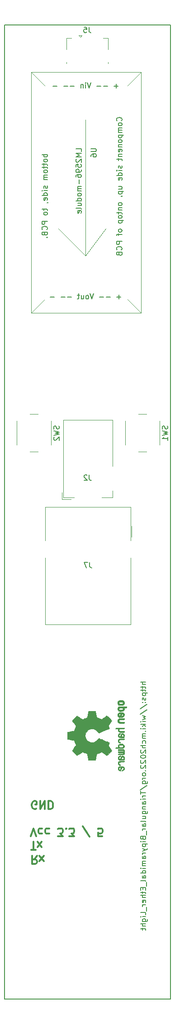
<source format=gbr>
%TF.GenerationSoftware,KiCad,Pcbnew,6.0.5-a6ca702e91~116~ubuntu20.04.1*%
%TF.CreationDate,2022-06-28T21:19:43+02:00*%
%TF.ProjectId,MCH-light,4d43482d-6c69-4676-9874-2e6b69636164,rev?*%
%TF.SameCoordinates,Original*%
%TF.FileFunction,Legend,Bot*%
%TF.FilePolarity,Positive*%
%FSLAX46Y46*%
G04 Gerber Fmt 4.6, Leading zero omitted, Abs format (unit mm)*
G04 Created by KiCad (PCBNEW 6.0.5-a6ca702e91~116~ubuntu20.04.1) date 2022-06-28 21:19:43*
%MOMM*%
%LPD*%
G01*
G04 APERTURE LIST*
%ADD10C,0.200000*%
%ADD11C,0.300000*%
%ADD12C,0.150000*%
%ADD13C,0.120000*%
%ADD14C,0.010000*%
G04 APERTURE END LIST*
D10*
X114336000Y-17395017D02*
X145336000Y-17395017D01*
X145336000Y-17395017D02*
X145336000Y-199295017D01*
X145336000Y-199295017D02*
X114336000Y-199295017D01*
X114336000Y-199295017D02*
X114336000Y-17395017D01*
D11*
X120357142Y-172521428D02*
X119857142Y-173235714D01*
X119500000Y-172521428D02*
X119500000Y-174021428D01*
X120071428Y-174021428D01*
X120214285Y-173950000D01*
X120285714Y-173878571D01*
X120357142Y-173735714D01*
X120357142Y-173521428D01*
X120285714Y-173378571D01*
X120214285Y-173307142D01*
X120071428Y-173235714D01*
X119500000Y-173235714D01*
X120857142Y-172521428D02*
X121642857Y-173521428D01*
X120857142Y-173521428D02*
X121642857Y-172521428D01*
D10*
X140752380Y-140128571D02*
X139752380Y-140128571D01*
X140752380Y-140557142D02*
X140228571Y-140557142D01*
X140133333Y-140509523D01*
X140085714Y-140414285D01*
X140085714Y-140271428D01*
X140133333Y-140176190D01*
X140180952Y-140128571D01*
X140085714Y-140890476D02*
X140085714Y-141271428D01*
X139752380Y-141033333D02*
X140609523Y-141033333D01*
X140704761Y-141080952D01*
X140752380Y-141176190D01*
X140752380Y-141271428D01*
X140085714Y-141461904D02*
X140085714Y-141842857D01*
X139752380Y-141604761D02*
X140609523Y-141604761D01*
X140704761Y-141652380D01*
X140752380Y-141747619D01*
X140752380Y-141842857D01*
X140085714Y-142176190D02*
X141085714Y-142176190D01*
X140133333Y-142176190D02*
X140085714Y-142271428D01*
X140085714Y-142461904D01*
X140133333Y-142557142D01*
X140180952Y-142604761D01*
X140276190Y-142652380D01*
X140561904Y-142652380D01*
X140657142Y-142604761D01*
X140704761Y-142557142D01*
X140752380Y-142461904D01*
X140752380Y-142271428D01*
X140704761Y-142176190D01*
X140704761Y-143033333D02*
X140752380Y-143128571D01*
X140752380Y-143319047D01*
X140704761Y-143414285D01*
X140609523Y-143461904D01*
X140561904Y-143461904D01*
X140466666Y-143414285D01*
X140419047Y-143319047D01*
X140419047Y-143176190D01*
X140371428Y-143080952D01*
X140276190Y-143033333D01*
X140228571Y-143033333D01*
X140133333Y-143080952D01*
X140085714Y-143176190D01*
X140085714Y-143319047D01*
X140133333Y-143414285D01*
X140657142Y-143890476D02*
X140704761Y-143938095D01*
X140752380Y-143890476D01*
X140704761Y-143842857D01*
X140657142Y-143890476D01*
X140752380Y-143890476D01*
X140133333Y-143890476D02*
X140180952Y-143938095D01*
X140228571Y-143890476D01*
X140180952Y-143842857D01*
X140133333Y-143890476D01*
X140228571Y-143890476D01*
X139704761Y-145080952D02*
X140990476Y-144223809D01*
X139704761Y-146128571D02*
X140990476Y-145271428D01*
X140085714Y-146366666D02*
X140752380Y-146557142D01*
X140276190Y-146747619D01*
X140752380Y-146938095D01*
X140085714Y-147128571D01*
X140752380Y-147509523D02*
X140085714Y-147509523D01*
X139752380Y-147509523D02*
X139800000Y-147461904D01*
X139847619Y-147509523D01*
X139800000Y-147557142D01*
X139752380Y-147509523D01*
X139847619Y-147509523D01*
X140752380Y-147985714D02*
X139752380Y-147985714D01*
X140371428Y-148080952D02*
X140752380Y-148366666D01*
X140085714Y-148366666D02*
X140466666Y-147985714D01*
X140752380Y-148795238D02*
X140085714Y-148795238D01*
X139752380Y-148795238D02*
X139800000Y-148747619D01*
X139847619Y-148795238D01*
X139800000Y-148842857D01*
X139752380Y-148795238D01*
X139847619Y-148795238D01*
X140657142Y-149271428D02*
X140704761Y-149319047D01*
X140752380Y-149271428D01*
X140704761Y-149223809D01*
X140657142Y-149271428D01*
X140752380Y-149271428D01*
X140752380Y-149747619D02*
X140085714Y-149747619D01*
X140180952Y-149747619D02*
X140133333Y-149795238D01*
X140085714Y-149890476D01*
X140085714Y-150033333D01*
X140133333Y-150128571D01*
X140228571Y-150176190D01*
X140752380Y-150176190D01*
X140228571Y-150176190D02*
X140133333Y-150223809D01*
X140085714Y-150319047D01*
X140085714Y-150461904D01*
X140133333Y-150557142D01*
X140228571Y-150604761D01*
X140752380Y-150604761D01*
X140704761Y-151509523D02*
X140752380Y-151414285D01*
X140752380Y-151223809D01*
X140704761Y-151128571D01*
X140657142Y-151080952D01*
X140561904Y-151033333D01*
X140276190Y-151033333D01*
X140180952Y-151080952D01*
X140133333Y-151128571D01*
X140085714Y-151223809D01*
X140085714Y-151414285D01*
X140133333Y-151509523D01*
X140752380Y-151938095D02*
X139752380Y-151938095D01*
X140752380Y-152366666D02*
X140228571Y-152366666D01*
X140133333Y-152319047D01*
X140085714Y-152223809D01*
X140085714Y-152080952D01*
X140133333Y-151985714D01*
X140180952Y-151938095D01*
X139847619Y-152795238D02*
X139800000Y-152842857D01*
X139752380Y-152938095D01*
X139752380Y-153176190D01*
X139800000Y-153271428D01*
X139847619Y-153319047D01*
X139942857Y-153366666D01*
X140038095Y-153366666D01*
X140180952Y-153319047D01*
X140752380Y-152747619D01*
X140752380Y-153366666D01*
X139752380Y-153985714D02*
X139752380Y-154080952D01*
X139800000Y-154176190D01*
X139847619Y-154223809D01*
X139942857Y-154271428D01*
X140133333Y-154319047D01*
X140371428Y-154319047D01*
X140561904Y-154271428D01*
X140657142Y-154223809D01*
X140704761Y-154176190D01*
X140752380Y-154080952D01*
X140752380Y-153985714D01*
X140704761Y-153890476D01*
X140657142Y-153842857D01*
X140561904Y-153795238D01*
X140371428Y-153747619D01*
X140133333Y-153747619D01*
X139942857Y-153795238D01*
X139847619Y-153842857D01*
X139800000Y-153890476D01*
X139752380Y-153985714D01*
X139847619Y-154700000D02*
X139800000Y-154747619D01*
X139752380Y-154842857D01*
X139752380Y-155080952D01*
X139800000Y-155176190D01*
X139847619Y-155223809D01*
X139942857Y-155271428D01*
X140038095Y-155271428D01*
X140180952Y-155223809D01*
X140752380Y-154652380D01*
X140752380Y-155271428D01*
X139847619Y-155652380D02*
X139800000Y-155700000D01*
X139752380Y-155795238D01*
X139752380Y-156033333D01*
X139800000Y-156128571D01*
X139847619Y-156176190D01*
X139942857Y-156223809D01*
X140038095Y-156223809D01*
X140180952Y-156176190D01*
X140752380Y-155604761D01*
X140752380Y-156223809D01*
X140657142Y-156652380D02*
X140704761Y-156700000D01*
X140752380Y-156652380D01*
X140704761Y-156604761D01*
X140657142Y-156652380D01*
X140752380Y-156652380D01*
X140752380Y-157271428D02*
X140704761Y-157176190D01*
X140657142Y-157128571D01*
X140561904Y-157080952D01*
X140276190Y-157080952D01*
X140180952Y-157128571D01*
X140133333Y-157176190D01*
X140085714Y-157271428D01*
X140085714Y-157414285D01*
X140133333Y-157509523D01*
X140180952Y-157557142D01*
X140276190Y-157604761D01*
X140561904Y-157604761D01*
X140657142Y-157557142D01*
X140704761Y-157509523D01*
X140752380Y-157414285D01*
X140752380Y-157271428D01*
X140752380Y-158033333D02*
X140085714Y-158033333D01*
X140276190Y-158033333D02*
X140180952Y-158080952D01*
X140133333Y-158128571D01*
X140085714Y-158223809D01*
X140085714Y-158319047D01*
X140085714Y-159080952D02*
X140895238Y-159080952D01*
X140990476Y-159033333D01*
X141038095Y-158985714D01*
X141085714Y-158890476D01*
X141085714Y-158747619D01*
X141038095Y-158652380D01*
X140704761Y-159080952D02*
X140752380Y-158985714D01*
X140752380Y-158795238D01*
X140704761Y-158700000D01*
X140657142Y-158652380D01*
X140561904Y-158604761D01*
X140276190Y-158604761D01*
X140180952Y-158652380D01*
X140133333Y-158700000D01*
X140085714Y-158795238D01*
X140085714Y-158985714D01*
X140133333Y-159080952D01*
X139704761Y-160271428D02*
X140990476Y-159414285D01*
X139752380Y-160461904D02*
X139752380Y-161033333D01*
X140752380Y-160747619D02*
X139752380Y-160747619D01*
X140752380Y-161366666D02*
X140085714Y-161366666D01*
X140276190Y-161366666D02*
X140180952Y-161414285D01*
X140133333Y-161461904D01*
X140085714Y-161557142D01*
X140085714Y-161652380D01*
X140752380Y-161985714D02*
X140085714Y-161985714D01*
X139752380Y-161985714D02*
X139800000Y-161938095D01*
X139847619Y-161985714D01*
X139800000Y-162033333D01*
X139752380Y-161985714D01*
X139847619Y-161985714D01*
X140752380Y-162890476D02*
X140228571Y-162890476D01*
X140133333Y-162842857D01*
X140085714Y-162747619D01*
X140085714Y-162557142D01*
X140133333Y-162461904D01*
X140704761Y-162890476D02*
X140752380Y-162795238D01*
X140752380Y-162557142D01*
X140704761Y-162461904D01*
X140609523Y-162414285D01*
X140514285Y-162414285D01*
X140419047Y-162461904D01*
X140371428Y-162557142D01*
X140371428Y-162795238D01*
X140323809Y-162890476D01*
X140085714Y-163366666D02*
X140752380Y-163366666D01*
X140180952Y-163366666D02*
X140133333Y-163414285D01*
X140085714Y-163509523D01*
X140085714Y-163652380D01*
X140133333Y-163747619D01*
X140228571Y-163795238D01*
X140752380Y-163795238D01*
X140085714Y-164700000D02*
X140895238Y-164700000D01*
X140990476Y-164652380D01*
X141038095Y-164604761D01*
X141085714Y-164509523D01*
X141085714Y-164366666D01*
X141038095Y-164271428D01*
X140704761Y-164700000D02*
X140752380Y-164604761D01*
X140752380Y-164414285D01*
X140704761Y-164319047D01*
X140657142Y-164271428D01*
X140561904Y-164223809D01*
X140276190Y-164223809D01*
X140180952Y-164271428D01*
X140133333Y-164319047D01*
X140085714Y-164414285D01*
X140085714Y-164604761D01*
X140133333Y-164700000D01*
X140085714Y-165604761D02*
X140752380Y-165604761D01*
X140085714Y-165176190D02*
X140609523Y-165176190D01*
X140704761Y-165223809D01*
X140752380Y-165319047D01*
X140752380Y-165461904D01*
X140704761Y-165557142D01*
X140657142Y-165604761D01*
X140752380Y-166223809D02*
X140704761Y-166128571D01*
X140609523Y-166080952D01*
X139752380Y-166080952D01*
X140752380Y-167033333D02*
X140228571Y-167033333D01*
X140133333Y-166985714D01*
X140085714Y-166890476D01*
X140085714Y-166699999D01*
X140133333Y-166604761D01*
X140704761Y-167033333D02*
X140752380Y-166938095D01*
X140752380Y-166699999D01*
X140704761Y-166604761D01*
X140609523Y-166557142D01*
X140514285Y-166557142D01*
X140419047Y-166604761D01*
X140371428Y-166699999D01*
X140371428Y-166938095D01*
X140323809Y-167033333D01*
X140752380Y-167509523D02*
X140085714Y-167509523D01*
X140276190Y-167509523D02*
X140180952Y-167557142D01*
X140133333Y-167604761D01*
X140085714Y-167699999D01*
X140085714Y-167795238D01*
X140847619Y-167890476D02*
X140847619Y-168652380D01*
X140228571Y-169223809D02*
X140276190Y-169366666D01*
X140323809Y-169414285D01*
X140419047Y-169461904D01*
X140561904Y-169461904D01*
X140657142Y-169414285D01*
X140704761Y-169366666D01*
X140752380Y-169271428D01*
X140752380Y-168890476D01*
X139752380Y-168890476D01*
X139752380Y-169223809D01*
X139800000Y-169319047D01*
X139847619Y-169366666D01*
X139942857Y-169414285D01*
X140038095Y-169414285D01*
X140133333Y-169366666D01*
X140180952Y-169319047D01*
X140228571Y-169223809D01*
X140228571Y-168890476D01*
X140752380Y-169890476D02*
X140085714Y-169890476D01*
X139752380Y-169890476D02*
X139800000Y-169842857D01*
X139847619Y-169890476D01*
X139800000Y-169938095D01*
X139752380Y-169890476D01*
X139847619Y-169890476D01*
X140085714Y-170366666D02*
X141085714Y-170366666D01*
X140133333Y-170366666D02*
X140085714Y-170461904D01*
X140085714Y-170652380D01*
X140133333Y-170747619D01*
X140180952Y-170795238D01*
X140276190Y-170842857D01*
X140561904Y-170842857D01*
X140657142Y-170795238D01*
X140704761Y-170747619D01*
X140752380Y-170652380D01*
X140752380Y-170461904D01*
X140704761Y-170366666D01*
X140085714Y-171176190D02*
X140752380Y-171414285D01*
X140085714Y-171652380D02*
X140752380Y-171414285D01*
X140990476Y-171319047D01*
X141038095Y-171271428D01*
X141085714Y-171176190D01*
X140752380Y-172033333D02*
X140085714Y-172033333D01*
X140276190Y-172033333D02*
X140180952Y-172080952D01*
X140133333Y-172128571D01*
X140085714Y-172223809D01*
X140085714Y-172319047D01*
X140752380Y-173080952D02*
X140228571Y-173080952D01*
X140133333Y-173033333D01*
X140085714Y-172938095D01*
X140085714Y-172747619D01*
X140133333Y-172652380D01*
X140704761Y-173080952D02*
X140752380Y-172985714D01*
X140752380Y-172747619D01*
X140704761Y-172652380D01*
X140609523Y-172604761D01*
X140514285Y-172604761D01*
X140419047Y-172652380D01*
X140371428Y-172747619D01*
X140371428Y-172985714D01*
X140323809Y-173080952D01*
X140752380Y-173557142D02*
X140085714Y-173557142D01*
X140180952Y-173557142D02*
X140133333Y-173604761D01*
X140085714Y-173699999D01*
X140085714Y-173842857D01*
X140133333Y-173938095D01*
X140228571Y-173985714D01*
X140752380Y-173985714D01*
X140228571Y-173985714D02*
X140133333Y-174033333D01*
X140085714Y-174128571D01*
X140085714Y-174271428D01*
X140133333Y-174366666D01*
X140228571Y-174414285D01*
X140752380Y-174414285D01*
X140752380Y-174890476D02*
X140085714Y-174890476D01*
X139752380Y-174890476D02*
X139800000Y-174842857D01*
X139847619Y-174890476D01*
X139800000Y-174938095D01*
X139752380Y-174890476D01*
X139847619Y-174890476D01*
X140752380Y-175795238D02*
X139752380Y-175795238D01*
X140704761Y-175795238D02*
X140752380Y-175699999D01*
X140752380Y-175509523D01*
X140704761Y-175414285D01*
X140657142Y-175366666D01*
X140561904Y-175319047D01*
X140276190Y-175319047D01*
X140180952Y-175366666D01*
X140133333Y-175414285D01*
X140085714Y-175509523D01*
X140085714Y-175699999D01*
X140133333Y-175795238D01*
X140752380Y-176699999D02*
X140228571Y-176699999D01*
X140133333Y-176652380D01*
X140085714Y-176557142D01*
X140085714Y-176366666D01*
X140133333Y-176271428D01*
X140704761Y-176699999D02*
X140752380Y-176604761D01*
X140752380Y-176366666D01*
X140704761Y-176271428D01*
X140609523Y-176223809D01*
X140514285Y-176223809D01*
X140419047Y-176271428D01*
X140371428Y-176366666D01*
X140371428Y-176604761D01*
X140323809Y-176699999D01*
X140752380Y-177319047D02*
X140704761Y-177223809D01*
X140609523Y-177176190D01*
X139752380Y-177176190D01*
X140847619Y-177461904D02*
X140847619Y-178223809D01*
X140228571Y-178461904D02*
X140228571Y-178795238D01*
X140752380Y-178938095D02*
X140752380Y-178461904D01*
X139752380Y-178461904D01*
X139752380Y-178938095D01*
X140085714Y-179223809D02*
X140085714Y-179604761D01*
X139752380Y-179366666D02*
X140609523Y-179366666D01*
X140704761Y-179414285D01*
X140752380Y-179509523D01*
X140752380Y-179604761D01*
X140752380Y-179938095D02*
X139752380Y-179938095D01*
X140752380Y-180366666D02*
X140228571Y-180366666D01*
X140133333Y-180319047D01*
X140085714Y-180223809D01*
X140085714Y-180080952D01*
X140133333Y-179985714D01*
X140180952Y-179938095D01*
X140704761Y-181223809D02*
X140752380Y-181128571D01*
X140752380Y-180938095D01*
X140704761Y-180842857D01*
X140609523Y-180795238D01*
X140228571Y-180795238D01*
X140133333Y-180842857D01*
X140085714Y-180938095D01*
X140085714Y-181128571D01*
X140133333Y-181223809D01*
X140228571Y-181271428D01*
X140323809Y-181271428D01*
X140419047Y-180795238D01*
X140752380Y-181699999D02*
X140085714Y-181699999D01*
X140276190Y-181699999D02*
X140180952Y-181747619D01*
X140133333Y-181795238D01*
X140085714Y-181890476D01*
X140085714Y-181985714D01*
X140847619Y-182080952D02*
X140847619Y-182842857D01*
X140752380Y-183557142D02*
X140752380Y-183080952D01*
X139752380Y-183080952D01*
X140752380Y-183890476D02*
X140085714Y-183890476D01*
X139752380Y-183890476D02*
X139800000Y-183842857D01*
X139847619Y-183890476D01*
X139800000Y-183938095D01*
X139752380Y-183890476D01*
X139847619Y-183890476D01*
X140085714Y-184795238D02*
X140895238Y-184795238D01*
X140990476Y-184747619D01*
X141038095Y-184700000D01*
X141085714Y-184604761D01*
X141085714Y-184461904D01*
X141038095Y-184366666D01*
X140704761Y-184795238D02*
X140752380Y-184700000D01*
X140752380Y-184509523D01*
X140704761Y-184414285D01*
X140657142Y-184366666D01*
X140561904Y-184319047D01*
X140276190Y-184319047D01*
X140180952Y-184366666D01*
X140133333Y-184414285D01*
X140085714Y-184509523D01*
X140085714Y-184700000D01*
X140133333Y-184795238D01*
X140752380Y-185271428D02*
X139752380Y-185271428D01*
X140752380Y-185700000D02*
X140228571Y-185700000D01*
X140133333Y-185652380D01*
X140085714Y-185557142D01*
X140085714Y-185414285D01*
X140133333Y-185319047D01*
X140180952Y-185271428D01*
X140085714Y-186033333D02*
X140085714Y-186414285D01*
X139752380Y-186176190D02*
X140609523Y-186176190D01*
X140704761Y-186223809D01*
X140752380Y-186319047D01*
X140752380Y-186414285D01*
D11*
X119214285Y-168921428D02*
X119714285Y-167421428D01*
X120214285Y-168921428D01*
X121357142Y-167492857D02*
X121214285Y-167421428D01*
X120928571Y-167421428D01*
X120785714Y-167492857D01*
X120714285Y-167564285D01*
X120642857Y-167707142D01*
X120642857Y-168135714D01*
X120714285Y-168278571D01*
X120785714Y-168350000D01*
X120928571Y-168421428D01*
X121214285Y-168421428D01*
X121357142Y-168350000D01*
X122642857Y-167492857D02*
X122500000Y-167421428D01*
X122214285Y-167421428D01*
X122071428Y-167492857D01*
X122000000Y-167564285D01*
X121928571Y-167707142D01*
X121928571Y-168135714D01*
X122000000Y-168278571D01*
X122071428Y-168350000D01*
X122214285Y-168421428D01*
X122500000Y-168421428D01*
X122642857Y-168350000D01*
X124285714Y-168921428D02*
X125214285Y-168921428D01*
X124714285Y-168350000D01*
X124928571Y-168350000D01*
X125071428Y-168278571D01*
X125142857Y-168207142D01*
X125214285Y-168064285D01*
X125214285Y-167707142D01*
X125142857Y-167564285D01*
X125071428Y-167492857D01*
X124928571Y-167421428D01*
X124500000Y-167421428D01*
X124357142Y-167492857D01*
X124285714Y-167564285D01*
X125857142Y-167564285D02*
X125928571Y-167492857D01*
X125857142Y-167421428D01*
X125785714Y-167492857D01*
X125857142Y-167564285D01*
X125857142Y-167421428D01*
X126428571Y-168921428D02*
X127357142Y-168921428D01*
X126857142Y-168350000D01*
X127071428Y-168350000D01*
X127214285Y-168278571D01*
X127285714Y-168207142D01*
X127357142Y-168064285D01*
X127357142Y-167707142D01*
X127285714Y-167564285D01*
X127214285Y-167492857D01*
X127071428Y-167421428D01*
X126642857Y-167421428D01*
X126500000Y-167492857D01*
X126428571Y-167564285D01*
X130214285Y-168992857D02*
X128928571Y-167064285D01*
X132571428Y-168921428D02*
X131857142Y-168921428D01*
X131785714Y-168207142D01*
X131857142Y-168278571D01*
X132000000Y-168350000D01*
X132357142Y-168350000D01*
X132500000Y-168278571D01*
X132571428Y-168207142D01*
X132642857Y-168064285D01*
X132642857Y-167707142D01*
X132571428Y-167564285D01*
X132500000Y-167492857D01*
X132357142Y-167421428D01*
X132000000Y-167421428D01*
X131857142Y-167492857D01*
X131785714Y-167564285D01*
X119264285Y-171421428D02*
X120121428Y-171421428D01*
X119692857Y-169921428D02*
X119692857Y-171421428D01*
X120478571Y-169921428D02*
X121264285Y-170921428D01*
X120478571Y-170921428D02*
X121264285Y-169921428D01*
X120257142Y-163750000D02*
X120114285Y-163821428D01*
X119900000Y-163821428D01*
X119685714Y-163750000D01*
X119542857Y-163607142D01*
X119471428Y-163464285D01*
X119400000Y-163178571D01*
X119400000Y-162964285D01*
X119471428Y-162678571D01*
X119542857Y-162535714D01*
X119685714Y-162392857D01*
X119900000Y-162321428D01*
X120042857Y-162321428D01*
X120257142Y-162392857D01*
X120328571Y-162464285D01*
X120328571Y-162964285D01*
X120042857Y-162964285D01*
X120971428Y-162321428D02*
X120971428Y-163821428D01*
X121828571Y-162321428D01*
X121828571Y-163821428D01*
X122542857Y-162321428D02*
X122542857Y-163821428D01*
X122900000Y-163821428D01*
X123114285Y-163750000D01*
X123257142Y-163607142D01*
X123328571Y-163464285D01*
X123400000Y-163178571D01*
X123400000Y-162964285D01*
X123328571Y-162678571D01*
X123257142Y-162535714D01*
X123114285Y-162392857D01*
X122900000Y-162321428D01*
X122542857Y-162321428D01*
D12*
%TO.C,J2*%
X130169333Y-101443397D02*
X130169333Y-102157683D01*
X130216952Y-102300540D01*
X130312190Y-102395778D01*
X130455047Y-102443397D01*
X130550285Y-102443397D01*
X129740761Y-101538636D02*
X129693142Y-101491017D01*
X129597904Y-101443397D01*
X129359809Y-101443397D01*
X129264571Y-101491017D01*
X129216952Y-101538636D01*
X129169333Y-101633874D01*
X129169333Y-101729112D01*
X129216952Y-101871969D01*
X129788380Y-102443397D01*
X129169333Y-102443397D01*
%TO.C,U6*%
X130492380Y-40504095D02*
X131301904Y-40504095D01*
X131397142Y-40551714D01*
X131444761Y-40599333D01*
X131492380Y-40694571D01*
X131492380Y-40885047D01*
X131444761Y-40980285D01*
X131397142Y-41027904D01*
X131301904Y-41075523D01*
X130492380Y-41075523D01*
X130492380Y-41980285D02*
X130492380Y-41789809D01*
X130540000Y-41694571D01*
X130587619Y-41646952D01*
X130730476Y-41551714D01*
X130920952Y-41504095D01*
X131301904Y-41504095D01*
X131397142Y-41551714D01*
X131444761Y-41599333D01*
X131492380Y-41694571D01*
X131492380Y-41885047D01*
X131444761Y-41980285D01*
X131397142Y-42027904D01*
X131301904Y-42075523D01*
X131063809Y-42075523D01*
X130968571Y-42027904D01*
X130920952Y-41980285D01*
X130873333Y-41885047D01*
X130873333Y-41694571D01*
X130920952Y-41599333D01*
X130968571Y-41551714D01*
X131063809Y-41504095D01*
X136178142Y-35324904D02*
X136225761Y-35277285D01*
X136273380Y-35134428D01*
X136273380Y-35039190D01*
X136225761Y-34896333D01*
X136130523Y-34801095D01*
X136035285Y-34753476D01*
X135844809Y-34705857D01*
X135701952Y-34705857D01*
X135511476Y-34753476D01*
X135416238Y-34801095D01*
X135321000Y-34896333D01*
X135273380Y-35039190D01*
X135273380Y-35134428D01*
X135321000Y-35277285D01*
X135368619Y-35324904D01*
X136273380Y-35896333D02*
X136225761Y-35801095D01*
X136178142Y-35753476D01*
X136082904Y-35705857D01*
X135797190Y-35705857D01*
X135701952Y-35753476D01*
X135654333Y-35801095D01*
X135606714Y-35896333D01*
X135606714Y-36039190D01*
X135654333Y-36134428D01*
X135701952Y-36182047D01*
X135797190Y-36229666D01*
X136082904Y-36229666D01*
X136178142Y-36182047D01*
X136225761Y-36134428D01*
X136273380Y-36039190D01*
X136273380Y-35896333D01*
X136273380Y-36658238D02*
X135606714Y-36658238D01*
X135701952Y-36658238D02*
X135654333Y-36705857D01*
X135606714Y-36801095D01*
X135606714Y-36943952D01*
X135654333Y-37039190D01*
X135749571Y-37086809D01*
X136273380Y-37086809D01*
X135749571Y-37086809D02*
X135654333Y-37134428D01*
X135606714Y-37229666D01*
X135606714Y-37372523D01*
X135654333Y-37467761D01*
X135749571Y-37515380D01*
X136273380Y-37515380D01*
X135606714Y-37991571D02*
X136606714Y-37991571D01*
X135654333Y-37991571D02*
X135606714Y-38086809D01*
X135606714Y-38277285D01*
X135654333Y-38372523D01*
X135701952Y-38420142D01*
X135797190Y-38467761D01*
X136082904Y-38467761D01*
X136178142Y-38420142D01*
X136225761Y-38372523D01*
X136273380Y-38277285D01*
X136273380Y-38086809D01*
X136225761Y-37991571D01*
X136273380Y-39039190D02*
X136225761Y-38943952D01*
X136178142Y-38896333D01*
X136082904Y-38848714D01*
X135797190Y-38848714D01*
X135701952Y-38896333D01*
X135654333Y-38943952D01*
X135606714Y-39039190D01*
X135606714Y-39182047D01*
X135654333Y-39277285D01*
X135701952Y-39324904D01*
X135797190Y-39372523D01*
X136082904Y-39372523D01*
X136178142Y-39324904D01*
X136225761Y-39277285D01*
X136273380Y-39182047D01*
X136273380Y-39039190D01*
X135606714Y-39801095D02*
X136273380Y-39801095D01*
X135701952Y-39801095D02*
X135654333Y-39848714D01*
X135606714Y-39943952D01*
X135606714Y-40086809D01*
X135654333Y-40182047D01*
X135749571Y-40229666D01*
X136273380Y-40229666D01*
X136225761Y-41086809D02*
X136273380Y-40991571D01*
X136273380Y-40801095D01*
X136225761Y-40705857D01*
X136130523Y-40658238D01*
X135749571Y-40658238D01*
X135654333Y-40705857D01*
X135606714Y-40801095D01*
X135606714Y-40991571D01*
X135654333Y-41086809D01*
X135749571Y-41134428D01*
X135844809Y-41134428D01*
X135940047Y-40658238D01*
X135606714Y-41563000D02*
X136273380Y-41563000D01*
X135701952Y-41563000D02*
X135654333Y-41610619D01*
X135606714Y-41705857D01*
X135606714Y-41848714D01*
X135654333Y-41943952D01*
X135749571Y-41991571D01*
X136273380Y-41991571D01*
X135606714Y-42324904D02*
X135606714Y-42705857D01*
X135273380Y-42467761D02*
X136130523Y-42467761D01*
X136225761Y-42515380D01*
X136273380Y-42610619D01*
X136273380Y-42705857D01*
X136225761Y-43753476D02*
X136273380Y-43848714D01*
X136273380Y-44039190D01*
X136225761Y-44134428D01*
X136130523Y-44182047D01*
X136082904Y-44182047D01*
X135987666Y-44134428D01*
X135940047Y-44039190D01*
X135940047Y-43896333D01*
X135892428Y-43801095D01*
X135797190Y-43753476D01*
X135749571Y-43753476D01*
X135654333Y-43801095D01*
X135606714Y-43896333D01*
X135606714Y-44039190D01*
X135654333Y-44134428D01*
X136273380Y-44610619D02*
X135606714Y-44610619D01*
X135273380Y-44610619D02*
X135321000Y-44562999D01*
X135368619Y-44610619D01*
X135321000Y-44658238D01*
X135273380Y-44610619D01*
X135368619Y-44610619D01*
X136273380Y-45515380D02*
X135273380Y-45515380D01*
X136225761Y-45515380D02*
X136273380Y-45420142D01*
X136273380Y-45229666D01*
X136225761Y-45134428D01*
X136178142Y-45086809D01*
X136082904Y-45039190D01*
X135797190Y-45039190D01*
X135701952Y-45086809D01*
X135654333Y-45134428D01*
X135606714Y-45229666D01*
X135606714Y-45420142D01*
X135654333Y-45515380D01*
X136225761Y-46372523D02*
X136273380Y-46277285D01*
X136273380Y-46086809D01*
X136225761Y-45991571D01*
X136130523Y-45943952D01*
X135749571Y-45943952D01*
X135654333Y-45991571D01*
X135606714Y-46086809D01*
X135606714Y-46277285D01*
X135654333Y-46372523D01*
X135749571Y-46420142D01*
X135844809Y-46420142D01*
X135940047Y-45943952D01*
X135606714Y-48039190D02*
X136273380Y-48039190D01*
X135606714Y-47610619D02*
X136130523Y-47610619D01*
X136225761Y-47658238D01*
X136273380Y-47753476D01*
X136273380Y-47896333D01*
X136225761Y-47991571D01*
X136178142Y-48039190D01*
X135606714Y-48515380D02*
X136606714Y-48515380D01*
X135654333Y-48515380D02*
X135606714Y-48610619D01*
X135606714Y-48801095D01*
X135654333Y-48896333D01*
X135701952Y-48943952D01*
X135797190Y-48991571D01*
X136082904Y-48991571D01*
X136178142Y-48943952D01*
X136225761Y-48896333D01*
X136273380Y-48801095D01*
X136273380Y-48610619D01*
X136225761Y-48515380D01*
X136178142Y-49420142D02*
X136225761Y-49467761D01*
X136273380Y-49420142D01*
X136225761Y-49372523D01*
X136178142Y-49420142D01*
X136273380Y-49420142D01*
X136273380Y-50801095D02*
X136225761Y-50705857D01*
X136178142Y-50658238D01*
X136082904Y-50610619D01*
X135797190Y-50610619D01*
X135701952Y-50658238D01*
X135654333Y-50705857D01*
X135606714Y-50801095D01*
X135606714Y-50943952D01*
X135654333Y-51039190D01*
X135701952Y-51086809D01*
X135797190Y-51134428D01*
X136082904Y-51134428D01*
X136178142Y-51086809D01*
X136225761Y-51039190D01*
X136273380Y-50943952D01*
X136273380Y-50801095D01*
X135606714Y-51562999D02*
X136273380Y-51562999D01*
X135701952Y-51562999D02*
X135654333Y-51610619D01*
X135606714Y-51705857D01*
X135606714Y-51848714D01*
X135654333Y-51943952D01*
X135749571Y-51991571D01*
X136273380Y-51991571D01*
X135606714Y-52324904D02*
X135606714Y-52705857D01*
X135273380Y-52467761D02*
X136130523Y-52467761D01*
X136225761Y-52515380D01*
X136273380Y-52610619D01*
X136273380Y-52705857D01*
X136273380Y-53182047D02*
X136225761Y-53086809D01*
X136178142Y-53039190D01*
X136082904Y-52991571D01*
X135797190Y-52991571D01*
X135701952Y-53039190D01*
X135654333Y-53086809D01*
X135606714Y-53182047D01*
X135606714Y-53324904D01*
X135654333Y-53420142D01*
X135701952Y-53467761D01*
X135797190Y-53515380D01*
X136082904Y-53515380D01*
X136178142Y-53467761D01*
X136225761Y-53420142D01*
X136273380Y-53324904D01*
X136273380Y-53182047D01*
X135606714Y-53943952D02*
X136606714Y-53943952D01*
X135654333Y-53943952D02*
X135606714Y-54039190D01*
X135606714Y-54229666D01*
X135654333Y-54324904D01*
X135701952Y-54372523D01*
X135797190Y-54420142D01*
X136082904Y-54420142D01*
X136178142Y-54372523D01*
X136225761Y-54324904D01*
X136273380Y-54229666D01*
X136273380Y-54039190D01*
X136225761Y-53943952D01*
X136273380Y-55753476D02*
X136225761Y-55658238D01*
X136178142Y-55610619D01*
X136082904Y-55562999D01*
X135797190Y-55562999D01*
X135701952Y-55610619D01*
X135654333Y-55658238D01*
X135606714Y-55753476D01*
X135606714Y-55896333D01*
X135654333Y-55991571D01*
X135701952Y-56039190D01*
X135797190Y-56086809D01*
X136082904Y-56086809D01*
X136178142Y-56039190D01*
X136225761Y-55991571D01*
X136273380Y-55896333D01*
X136273380Y-55753476D01*
X135606714Y-56372523D02*
X135606714Y-56753476D01*
X136273380Y-56515380D02*
X135416238Y-56515380D01*
X135321000Y-56562999D01*
X135273380Y-56658238D01*
X135273380Y-56753476D01*
X136273380Y-57848714D02*
X135273380Y-57848714D01*
X135273380Y-58229666D01*
X135321000Y-58324904D01*
X135368619Y-58372523D01*
X135463857Y-58420142D01*
X135606714Y-58420142D01*
X135701952Y-58372523D01*
X135749571Y-58324904D01*
X135797190Y-58229666D01*
X135797190Y-57848714D01*
X136178142Y-59420142D02*
X136225761Y-59372523D01*
X136273380Y-59229666D01*
X136273380Y-59134428D01*
X136225761Y-58991571D01*
X136130523Y-58896333D01*
X136035285Y-58848714D01*
X135844809Y-58801095D01*
X135701952Y-58801095D01*
X135511476Y-58848714D01*
X135416238Y-58896333D01*
X135321000Y-58991571D01*
X135273380Y-59134428D01*
X135273380Y-59229666D01*
X135321000Y-59372523D01*
X135368619Y-59420142D01*
X135749571Y-60182047D02*
X135797190Y-60324904D01*
X135844809Y-60372523D01*
X135940047Y-60420142D01*
X136082904Y-60420142D01*
X136178142Y-60372523D01*
X136225761Y-60324904D01*
X136273380Y-60229666D01*
X136273380Y-59848714D01*
X135273380Y-59848714D01*
X135273380Y-60182047D01*
X135321000Y-60277285D01*
X135368619Y-60324904D01*
X135463857Y-60372523D01*
X135559095Y-60372523D01*
X135654333Y-60324904D01*
X135701952Y-60277285D01*
X135749571Y-60182047D01*
X135749571Y-59848714D01*
X136090047Y-68208428D02*
X135328142Y-68208428D01*
X135709095Y-68589380D02*
X135709095Y-67827476D01*
X134090047Y-68208428D02*
X133328142Y-68208428D01*
X132851952Y-68208428D02*
X132090047Y-68208428D01*
X130994809Y-67589380D02*
X130661476Y-68589380D01*
X130328142Y-67589380D01*
X129851952Y-68589380D02*
X129947190Y-68541761D01*
X129994809Y-68494142D01*
X130042428Y-68398904D01*
X130042428Y-68113190D01*
X129994809Y-68017952D01*
X129947190Y-67970333D01*
X129851952Y-67922714D01*
X129709095Y-67922714D01*
X129613857Y-67970333D01*
X129566238Y-68017952D01*
X129518619Y-68113190D01*
X129518619Y-68398904D01*
X129566238Y-68494142D01*
X129613857Y-68541761D01*
X129709095Y-68589380D01*
X129851952Y-68589380D01*
X128661476Y-67922714D02*
X128661476Y-68589380D01*
X129090047Y-67922714D02*
X129090047Y-68446523D01*
X129042428Y-68541761D01*
X128947190Y-68589380D01*
X128804333Y-68589380D01*
X128709095Y-68541761D01*
X128661476Y-68494142D01*
X128328142Y-67922714D02*
X127947190Y-67922714D01*
X128185285Y-67589380D02*
X128185285Y-68446523D01*
X128137666Y-68541761D01*
X128042428Y-68589380D01*
X127947190Y-68589380D01*
X126851952Y-68208428D02*
X126090047Y-68208428D01*
X125613857Y-68208428D02*
X124851952Y-68208428D01*
X123613857Y-68208428D02*
X122851952Y-68208428D01*
X122303380Y-41602904D02*
X121303380Y-41602904D01*
X121684333Y-41602904D02*
X121636714Y-41698142D01*
X121636714Y-41888619D01*
X121684333Y-41983857D01*
X121731952Y-42031476D01*
X121827190Y-42079095D01*
X122112904Y-42079095D01*
X122208142Y-42031476D01*
X122255761Y-41983857D01*
X122303380Y-41888619D01*
X122303380Y-41698142D01*
X122255761Y-41602904D01*
X122303380Y-42650523D02*
X122255761Y-42555285D01*
X122208142Y-42507666D01*
X122112904Y-42460047D01*
X121827190Y-42460047D01*
X121731952Y-42507666D01*
X121684333Y-42555285D01*
X121636714Y-42650523D01*
X121636714Y-42793380D01*
X121684333Y-42888619D01*
X121731952Y-42936238D01*
X121827190Y-42983857D01*
X122112904Y-42983857D01*
X122208142Y-42936238D01*
X122255761Y-42888619D01*
X122303380Y-42793380D01*
X122303380Y-42650523D01*
X121636714Y-43269571D02*
X121636714Y-43650523D01*
X121303380Y-43412428D02*
X122160523Y-43412428D01*
X122255761Y-43460047D01*
X122303380Y-43555285D01*
X122303380Y-43650523D01*
X121636714Y-43841000D02*
X121636714Y-44221952D01*
X121303380Y-43983857D02*
X122160523Y-43983857D01*
X122255761Y-44031476D01*
X122303380Y-44126714D01*
X122303380Y-44221952D01*
X122303380Y-44698142D02*
X122255761Y-44602904D01*
X122208142Y-44555285D01*
X122112904Y-44507666D01*
X121827190Y-44507666D01*
X121731952Y-44555285D01*
X121684333Y-44602904D01*
X121636714Y-44698142D01*
X121636714Y-44841000D01*
X121684333Y-44936238D01*
X121731952Y-44983857D01*
X121827190Y-45031476D01*
X122112904Y-45031476D01*
X122208142Y-44983857D01*
X122255761Y-44936238D01*
X122303380Y-44841000D01*
X122303380Y-44698142D01*
X122303380Y-45460047D02*
X121636714Y-45460047D01*
X121731952Y-45460047D02*
X121684333Y-45507666D01*
X121636714Y-45602904D01*
X121636714Y-45745761D01*
X121684333Y-45841000D01*
X121779571Y-45888619D01*
X122303380Y-45888619D01*
X121779571Y-45888619D02*
X121684333Y-45936238D01*
X121636714Y-46031476D01*
X121636714Y-46174333D01*
X121684333Y-46269571D01*
X121779571Y-46317190D01*
X122303380Y-46317190D01*
X122255761Y-47507666D02*
X122303380Y-47602904D01*
X122303380Y-47793380D01*
X122255761Y-47888619D01*
X122160523Y-47936238D01*
X122112904Y-47936238D01*
X122017666Y-47888619D01*
X121970047Y-47793380D01*
X121970047Y-47650523D01*
X121922428Y-47555285D01*
X121827190Y-47507666D01*
X121779571Y-47507666D01*
X121684333Y-47555285D01*
X121636714Y-47650523D01*
X121636714Y-47793380D01*
X121684333Y-47888619D01*
X122303380Y-48364809D02*
X121636714Y-48364809D01*
X121303380Y-48364809D02*
X121351000Y-48317190D01*
X121398619Y-48364809D01*
X121351000Y-48412428D01*
X121303380Y-48364809D01*
X121398619Y-48364809D01*
X122303380Y-49269571D02*
X121303380Y-49269571D01*
X122255761Y-49269571D02*
X122303380Y-49174333D01*
X122303380Y-48983857D01*
X122255761Y-48888619D01*
X122208142Y-48841000D01*
X122112904Y-48793380D01*
X121827190Y-48793380D01*
X121731952Y-48841000D01*
X121684333Y-48888619D01*
X121636714Y-48983857D01*
X121636714Y-49174333D01*
X121684333Y-49269571D01*
X122255761Y-50126714D02*
X122303380Y-50031476D01*
X122303380Y-49841000D01*
X122255761Y-49745761D01*
X122160523Y-49698142D01*
X121779571Y-49698142D01*
X121684333Y-49745761D01*
X121636714Y-49841000D01*
X121636714Y-50031476D01*
X121684333Y-50126714D01*
X121779571Y-50174333D01*
X121874809Y-50174333D01*
X121970047Y-49698142D01*
X122255761Y-50650523D02*
X122303380Y-50650523D01*
X122398619Y-50602904D01*
X122446238Y-50555285D01*
X121636714Y-51698142D02*
X121636714Y-52079095D01*
X121303380Y-51841000D02*
X122160523Y-51841000D01*
X122255761Y-51888619D01*
X122303380Y-51983857D01*
X122303380Y-52079095D01*
X122303380Y-52555285D02*
X122255761Y-52460047D01*
X122208142Y-52412428D01*
X122112904Y-52364809D01*
X121827190Y-52364809D01*
X121731952Y-52412428D01*
X121684333Y-52460047D01*
X121636714Y-52555285D01*
X121636714Y-52698142D01*
X121684333Y-52793380D01*
X121731952Y-52841000D01*
X121827190Y-52888619D01*
X122112904Y-52888619D01*
X122208142Y-52841000D01*
X122255761Y-52793380D01*
X122303380Y-52698142D01*
X122303380Y-52555285D01*
X122303380Y-54079095D02*
X121303380Y-54079095D01*
X121303380Y-54460047D01*
X121351000Y-54555285D01*
X121398619Y-54602904D01*
X121493857Y-54650523D01*
X121636714Y-54650523D01*
X121731952Y-54602904D01*
X121779571Y-54555285D01*
X121827190Y-54460047D01*
X121827190Y-54079095D01*
X122208142Y-55650523D02*
X122255761Y-55602904D01*
X122303380Y-55460047D01*
X122303380Y-55364809D01*
X122255761Y-55221952D01*
X122160523Y-55126714D01*
X122065285Y-55079095D01*
X121874809Y-55031476D01*
X121731952Y-55031476D01*
X121541476Y-55079095D01*
X121446238Y-55126714D01*
X121351000Y-55221952D01*
X121303380Y-55364809D01*
X121303380Y-55460047D01*
X121351000Y-55602904D01*
X121398619Y-55650523D01*
X121779571Y-56412428D02*
X121827190Y-56555285D01*
X121874809Y-56602904D01*
X121970047Y-56650523D01*
X122112904Y-56650523D01*
X122208142Y-56602904D01*
X122255761Y-56555285D01*
X122303380Y-56460047D01*
X122303380Y-56079095D01*
X121303380Y-56079095D01*
X121303380Y-56412428D01*
X121351000Y-56507666D01*
X121398619Y-56555285D01*
X121493857Y-56602904D01*
X121589095Y-56602904D01*
X121684333Y-56555285D01*
X121731952Y-56507666D01*
X121779571Y-56412428D01*
X121779571Y-56079095D01*
X122208142Y-57079095D02*
X122255761Y-57126714D01*
X122303380Y-57079095D01*
X122255761Y-57031476D01*
X122208142Y-57079095D01*
X122303380Y-57079095D01*
X135590047Y-28838428D02*
X134828142Y-28838428D01*
X135209095Y-29219380D02*
X135209095Y-28457476D01*
X133590047Y-28838428D02*
X132828142Y-28838428D01*
X132351952Y-28838428D02*
X131590047Y-28838428D01*
X130494809Y-28219380D02*
X130161476Y-29219380D01*
X129828142Y-28219380D01*
X129494809Y-29219380D02*
X129494809Y-28552714D01*
X129494809Y-28219380D02*
X129542428Y-28267000D01*
X129494809Y-28314619D01*
X129447190Y-28267000D01*
X129494809Y-28219380D01*
X129494809Y-28314619D01*
X129018619Y-28552714D02*
X129018619Y-29219380D01*
X129018619Y-28647952D02*
X128971000Y-28600333D01*
X128875761Y-28552714D01*
X128732904Y-28552714D01*
X128637666Y-28600333D01*
X128590047Y-28695571D01*
X128590047Y-29219380D01*
X127351952Y-28838428D02*
X126590047Y-28838428D01*
X126113857Y-28838428D02*
X125351952Y-28838428D01*
X124113857Y-28838428D02*
X123351952Y-28838428D01*
X128653380Y-41047000D02*
X128653380Y-40570809D01*
X127653380Y-40570809D01*
X128653380Y-41380333D02*
X127653380Y-41380333D01*
X128367666Y-41713666D01*
X127653380Y-42047000D01*
X128653380Y-42047000D01*
X127748619Y-42475571D02*
X127701000Y-42523190D01*
X127653380Y-42618428D01*
X127653380Y-42856523D01*
X127701000Y-42951761D01*
X127748619Y-42999380D01*
X127843857Y-43047000D01*
X127939095Y-43047000D01*
X128081952Y-42999380D01*
X128653380Y-42427952D01*
X128653380Y-43047000D01*
X127653380Y-43951761D02*
X127653380Y-43475571D01*
X128129571Y-43427952D01*
X128081952Y-43475571D01*
X128034333Y-43570809D01*
X128034333Y-43808904D01*
X128081952Y-43904142D01*
X128129571Y-43951761D01*
X128224809Y-43999380D01*
X128462904Y-43999380D01*
X128558142Y-43951761D01*
X128605761Y-43904142D01*
X128653380Y-43808904D01*
X128653380Y-43570809D01*
X128605761Y-43475571D01*
X128558142Y-43427952D01*
X128653380Y-44475571D02*
X128653380Y-44666047D01*
X128605761Y-44761285D01*
X128558142Y-44808904D01*
X128415285Y-44904142D01*
X128224809Y-44951761D01*
X127843857Y-44951761D01*
X127748619Y-44904142D01*
X127701000Y-44856523D01*
X127653380Y-44761285D01*
X127653380Y-44570809D01*
X127701000Y-44475571D01*
X127748619Y-44427952D01*
X127843857Y-44380333D01*
X128081952Y-44380333D01*
X128177190Y-44427952D01*
X128224809Y-44475571D01*
X128272428Y-44570809D01*
X128272428Y-44761285D01*
X128224809Y-44856523D01*
X128177190Y-44904142D01*
X128081952Y-44951761D01*
X127653380Y-45808904D02*
X127653380Y-45618428D01*
X127701000Y-45523190D01*
X127748619Y-45475571D01*
X127891476Y-45380333D01*
X128081952Y-45332714D01*
X128462904Y-45332714D01*
X128558142Y-45380333D01*
X128605761Y-45427952D01*
X128653380Y-45523190D01*
X128653380Y-45713666D01*
X128605761Y-45808904D01*
X128558142Y-45856523D01*
X128462904Y-45904142D01*
X128224809Y-45904142D01*
X128129571Y-45856523D01*
X128081952Y-45808904D01*
X128034333Y-45713666D01*
X128034333Y-45523190D01*
X128081952Y-45427952D01*
X128129571Y-45380333D01*
X128224809Y-45332714D01*
X128272428Y-46332714D02*
X128272428Y-47094619D01*
X128653380Y-47570809D02*
X127986714Y-47570809D01*
X128081952Y-47570809D02*
X128034333Y-47618428D01*
X127986714Y-47713666D01*
X127986714Y-47856523D01*
X128034333Y-47951761D01*
X128129571Y-47999380D01*
X128653380Y-47999380D01*
X128129571Y-47999380D02*
X128034333Y-48047000D01*
X127986714Y-48142238D01*
X127986714Y-48285095D01*
X128034333Y-48380333D01*
X128129571Y-48427952D01*
X128653380Y-48427952D01*
X128653380Y-49047000D02*
X128605761Y-48951761D01*
X128558142Y-48904142D01*
X128462904Y-48856523D01*
X128177190Y-48856523D01*
X128081952Y-48904142D01*
X128034333Y-48951761D01*
X127986714Y-49047000D01*
X127986714Y-49189857D01*
X128034333Y-49285095D01*
X128081952Y-49332714D01*
X128177190Y-49380333D01*
X128462904Y-49380333D01*
X128558142Y-49332714D01*
X128605761Y-49285095D01*
X128653380Y-49189857D01*
X128653380Y-49047000D01*
X128653380Y-50237476D02*
X127653380Y-50237476D01*
X128605761Y-50237476D02*
X128653380Y-50142238D01*
X128653380Y-49951761D01*
X128605761Y-49856523D01*
X128558142Y-49808904D01*
X128462904Y-49761285D01*
X128177190Y-49761285D01*
X128081952Y-49808904D01*
X128034333Y-49856523D01*
X127986714Y-49951761D01*
X127986714Y-50142238D01*
X128034333Y-50237476D01*
X127986714Y-51142238D02*
X128653380Y-51142238D01*
X127986714Y-50713666D02*
X128510523Y-50713666D01*
X128605761Y-50761285D01*
X128653380Y-50856523D01*
X128653380Y-50999380D01*
X128605761Y-51094619D01*
X128558142Y-51142238D01*
X128653380Y-51761285D02*
X128605761Y-51666047D01*
X128510523Y-51618428D01*
X127653380Y-51618428D01*
X128605761Y-52523190D02*
X128653380Y-52427952D01*
X128653380Y-52237476D01*
X128605761Y-52142238D01*
X128510523Y-52094619D01*
X128129571Y-52094619D01*
X128034333Y-52142238D01*
X127986714Y-52237476D01*
X127986714Y-52427952D01*
X128034333Y-52523190D01*
X128129571Y-52570809D01*
X128224809Y-52570809D01*
X128320047Y-52094619D01*
%TO.C,SW1*%
X144778761Y-92279683D02*
X144826380Y-92422540D01*
X144826380Y-92660636D01*
X144778761Y-92755874D01*
X144731142Y-92803493D01*
X144635904Y-92851112D01*
X144540666Y-92851112D01*
X144445428Y-92803493D01*
X144397809Y-92755874D01*
X144350190Y-92660636D01*
X144302571Y-92470159D01*
X144254952Y-92374921D01*
X144207333Y-92327302D01*
X144112095Y-92279683D01*
X144016857Y-92279683D01*
X143921619Y-92327302D01*
X143874000Y-92374921D01*
X143826380Y-92470159D01*
X143826380Y-92708255D01*
X143874000Y-92851112D01*
X143826380Y-93184445D02*
X144826380Y-93422540D01*
X144112095Y-93613017D01*
X144826380Y-93803493D01*
X143826380Y-94041588D01*
X144826380Y-94946350D02*
X144826380Y-94374921D01*
X144826380Y-94660636D02*
X143826380Y-94660636D01*
X143969238Y-94565397D01*
X144064476Y-94470159D01*
X144112095Y-94374921D01*
%TO.C,SW2*%
X124458761Y-92279683D02*
X124506380Y-92422540D01*
X124506380Y-92660636D01*
X124458761Y-92755874D01*
X124411142Y-92803493D01*
X124315904Y-92851112D01*
X124220666Y-92851112D01*
X124125428Y-92803493D01*
X124077809Y-92755874D01*
X124030190Y-92660636D01*
X123982571Y-92470159D01*
X123934952Y-92374921D01*
X123887333Y-92327302D01*
X123792095Y-92279683D01*
X123696857Y-92279683D01*
X123601619Y-92327302D01*
X123554000Y-92374921D01*
X123506380Y-92470159D01*
X123506380Y-92708255D01*
X123554000Y-92851112D01*
X123506380Y-93184445D02*
X124506380Y-93422540D01*
X123792095Y-93613017D01*
X124506380Y-93803493D01*
X123506380Y-94041588D01*
X123601619Y-94374921D02*
X123554000Y-94422540D01*
X123506380Y-94517778D01*
X123506380Y-94755874D01*
X123554000Y-94851112D01*
X123601619Y-94898731D01*
X123696857Y-94946350D01*
X123792095Y-94946350D01*
X123934952Y-94898731D01*
X124506380Y-94327302D01*
X124506380Y-94946350D01*
%TO.C,J5*%
X130127333Y-17833397D02*
X130127333Y-18547683D01*
X130174952Y-18690540D01*
X130270190Y-18785778D01*
X130413047Y-18833397D01*
X130508285Y-18833397D01*
X129174952Y-17833397D02*
X129651142Y-17833397D01*
X129698761Y-18309588D01*
X129651142Y-18261969D01*
X129555904Y-18214350D01*
X129317809Y-18214350D01*
X129222571Y-18261969D01*
X129174952Y-18309588D01*
X129127333Y-18404826D01*
X129127333Y-18642921D01*
X129174952Y-18738159D01*
X129222571Y-18785778D01*
X129317809Y-18833397D01*
X129555904Y-18833397D01*
X129651142Y-18785778D01*
X129698761Y-18738159D01*
%TO.C,J7*%
X130254333Y-117776380D02*
X130254333Y-118490666D01*
X130301952Y-118633523D01*
X130397190Y-118728761D01*
X130540047Y-118776380D01*
X130635285Y-118776380D01*
X129873380Y-117776380D02*
X129206714Y-117776380D01*
X129635285Y-118776380D01*
D13*
%TO.C,J2*%
X134536000Y-105691017D02*
X134536000Y-104391017D01*
X125336000Y-105691017D02*
X127336000Y-105691017D01*
X134536000Y-91191017D02*
X125336000Y-91191017D01*
X125336000Y-91191017D02*
X125336000Y-105691017D01*
X126736000Y-105991017D02*
X125036000Y-105991017D01*
X132536000Y-105691017D02*
X134536000Y-105691017D01*
X125036000Y-105991017D02*
X125036000Y-104691017D01*
X134536000Y-99791017D02*
X134536000Y-91191017D01*
%TO.C,U6*%
X121851000Y-68687000D02*
X119311000Y-71227000D01*
X124391000Y-55437000D02*
X129471000Y-60517000D01*
X119311000Y-26227000D02*
X121851000Y-28767000D01*
X137371000Y-68687000D02*
X139911000Y-71227000D01*
X139911000Y-26227000D02*
X137371000Y-28767000D01*
X129471000Y-35117000D02*
X129471000Y-60517000D01*
X129471000Y-60517000D02*
X124391000Y-55437000D01*
X129471000Y-60517000D02*
X133281000Y-55437000D01*
X119311000Y-26227000D02*
X121851000Y-28767000D01*
X119311000Y-26227000D02*
X139911000Y-26227000D01*
X139911000Y-26227000D02*
X139911000Y-71227000D01*
X139911000Y-71227000D02*
X119311000Y-71227000D01*
X119311000Y-71227000D02*
X119311000Y-26227000D01*
%TO.C,SW1*%
X140874000Y-97113017D02*
X139374000Y-97113017D01*
X143374000Y-91363017D02*
X143374000Y-95863017D01*
X136874000Y-95863017D02*
X136874000Y-91363017D01*
X139374000Y-90113017D02*
X140874000Y-90113017D01*
%TO.C,SW2*%
X116554000Y-95863017D02*
X116554000Y-91363017D01*
X119054000Y-90113017D02*
X120554000Y-90113017D01*
X123054000Y-91363017D02*
X123054000Y-95863017D01*
X120554000Y-97113017D02*
X119054000Y-97113017D01*
%TO.C,J5*%
X128794000Y-19381017D02*
X128194000Y-19381017D01*
X125924000Y-19911017D02*
X125924000Y-21981017D01*
X128494000Y-19681017D02*
X128794000Y-19381017D01*
X126794000Y-19911017D02*
X125924000Y-19911017D01*
X125924000Y-24381017D02*
X125924000Y-24631017D01*
X133664000Y-19911017D02*
X132794000Y-19911017D01*
X133664000Y-24381017D02*
X133664000Y-24631017D01*
X133664000Y-19911017D02*
X133664000Y-21981017D01*
X128494000Y-19681017D02*
X128194000Y-19381017D01*
%TO.C,REF\u002A\u002A*%
G36*
X136467782Y-153868043D02*
G01*
X136580148Y-153916963D01*
X136671690Y-154009203D01*
X136710658Y-154083890D01*
X136737944Y-154228168D01*
X136734263Y-154308344D01*
X136714360Y-154382565D01*
X136672598Y-154411040D01*
X136603820Y-154400392D01*
X136594726Y-154397295D01*
X136546498Y-154372732D01*
X136528245Y-154331835D01*
X136529466Y-154253921D01*
X136531126Y-154198909D01*
X136516881Y-154134541D01*
X136474292Y-154090439D01*
X136421857Y-154065320D01*
X136366929Y-154062519D01*
X136366608Y-154062648D01*
X136336928Y-154095215D01*
X136293735Y-154164917D01*
X136245461Y-154255102D01*
X136200539Y-154349117D01*
X136167402Y-154430311D01*
X136154483Y-154482032D01*
X136167134Y-154489726D01*
X136226668Y-154499412D01*
X136323887Y-154506046D01*
X136446437Y-154508506D01*
X136531263Y-154509078D01*
X136638094Y-154511775D01*
X136711257Y-154516179D01*
X136738391Y-154521730D01*
X136729272Y-154550746D01*
X136704509Y-154609316D01*
X136670627Y-154683678D01*
X136235933Y-154683678D01*
X136124508Y-154683203D01*
X135955301Y-154678707D01*
X135829769Y-154667253D01*
X135738363Y-154646172D01*
X135671532Y-154612794D01*
X135619726Y-154564450D01*
X135573393Y-154498469D01*
X135535156Y-154414406D01*
X135512184Y-154259193D01*
X135514810Y-154188372D01*
X135530702Y-154125806D01*
X135570322Y-154067554D01*
X135644076Y-153992582D01*
X135696163Y-153944367D01*
X135763786Y-153894142D01*
X135827168Y-153871490D01*
X135907584Y-153866207D01*
X136039201Y-153866207D01*
X135992785Y-153955965D01*
X135936225Y-154027096D01*
X135860040Y-154075817D01*
X135839326Y-154084186D01*
X135759041Y-154147944D01*
X135718784Y-154236530D01*
X135722702Y-154333127D01*
X135774943Y-154420920D01*
X135817370Y-154458064D01*
X135871647Y-154479700D01*
X135919954Y-154456539D01*
X135968545Y-154384521D01*
X136023677Y-154259590D01*
X136031292Y-154240632D01*
X136081125Y-154126895D01*
X136130265Y-154029294D01*
X136169080Y-153967197D01*
X136238411Y-153905001D01*
X136349051Y-153863654D01*
X136467782Y-153868043D01*
G37*
D14*
X136467782Y-153868043D02*
X136580148Y-153916963D01*
X136671690Y-154009203D01*
X136710658Y-154083890D01*
X136737944Y-154228168D01*
X136734263Y-154308344D01*
X136714360Y-154382565D01*
X136672598Y-154411040D01*
X136603820Y-154400392D01*
X136594726Y-154397295D01*
X136546498Y-154372732D01*
X136528245Y-154331835D01*
X136529466Y-154253921D01*
X136531126Y-154198909D01*
X136516881Y-154134541D01*
X136474292Y-154090439D01*
X136421857Y-154065320D01*
X136366929Y-154062519D01*
X136366608Y-154062648D01*
X136336928Y-154095215D01*
X136293735Y-154164917D01*
X136245461Y-154255102D01*
X136200539Y-154349117D01*
X136167402Y-154430311D01*
X136154483Y-154482032D01*
X136167134Y-154489726D01*
X136226668Y-154499412D01*
X136323887Y-154506046D01*
X136446437Y-154508506D01*
X136531263Y-154509078D01*
X136638094Y-154511775D01*
X136711257Y-154516179D01*
X136738391Y-154521730D01*
X136729272Y-154550746D01*
X136704509Y-154609316D01*
X136670627Y-154683678D01*
X136235933Y-154683678D01*
X136124508Y-154683203D01*
X135955301Y-154678707D01*
X135829769Y-154667253D01*
X135738363Y-154646172D01*
X135671532Y-154612794D01*
X135619726Y-154564450D01*
X135573393Y-154498469D01*
X135535156Y-154414406D01*
X135512184Y-154259193D01*
X135514810Y-154188372D01*
X135530702Y-154125806D01*
X135570322Y-154067554D01*
X135644076Y-153992582D01*
X135696163Y-153944367D01*
X135763786Y-153894142D01*
X135827168Y-153871490D01*
X135907584Y-153866207D01*
X136039201Y-153866207D01*
X135992785Y-153955965D01*
X135936225Y-154027096D01*
X135860040Y-154075817D01*
X135839326Y-154084186D01*
X135759041Y-154147944D01*
X135718784Y-154236530D01*
X135722702Y-154333127D01*
X135774943Y-154420920D01*
X135817370Y-154458064D01*
X135871647Y-154479700D01*
X135919954Y-154456539D01*
X135968545Y-154384521D01*
X136023677Y-154259590D01*
X136031292Y-154240632D01*
X136081125Y-154126895D01*
X136130265Y-154029294D01*
X136169080Y-153967197D01*
X136238411Y-153905001D01*
X136349051Y-153863654D01*
X136467782Y-153868043D01*
G36*
X135957920Y-148640231D02*
G01*
X136165083Y-148640623D01*
X136351432Y-148641671D01*
X136509453Y-148643278D01*
X136631630Y-148645345D01*
X136710448Y-148647775D01*
X136738391Y-148650471D01*
X136738297Y-148651525D01*
X136728144Y-148687353D01*
X136706339Y-148752655D01*
X136674288Y-148844598D01*
X136262991Y-148844598D01*
X136101385Y-148845182D01*
X135984177Y-148847896D01*
X135904415Y-148854142D01*
X135851531Y-148865320D01*
X135814957Y-148882832D01*
X135784123Y-148908078D01*
X135767725Y-148925290D01*
X135722307Y-149018364D01*
X135726328Y-149120949D01*
X135780032Y-149214957D01*
X135793359Y-149228642D01*
X135821032Y-149250561D01*
X135857614Y-149265560D01*
X135913000Y-149274947D01*
X135997088Y-149280032D01*
X136119773Y-149282123D01*
X136290951Y-149282529D01*
X136377769Y-149282724D01*
X136520565Y-149283990D01*
X136634923Y-149286239D01*
X136710860Y-149289242D01*
X136738391Y-149292770D01*
X136738297Y-149293824D01*
X136728144Y-149329652D01*
X136706339Y-149394954D01*
X136674288Y-149486897D01*
X136261109Y-149486851D01*
X136224326Y-149486782D01*
X136032580Y-149482919D01*
X135887586Y-149471050D01*
X135779510Y-149448275D01*
X135698519Y-149411693D01*
X135634778Y-149358405D01*
X135578455Y-149285510D01*
X135543199Y-149214414D01*
X135515946Y-149100745D01*
X135514398Y-148988940D01*
X135540910Y-148902989D01*
X135544571Y-148896527D01*
X135544179Y-148876599D01*
X135513506Y-148862981D01*
X135443188Y-148853154D01*
X135323857Y-148844598D01*
X135078973Y-148830000D01*
X135118997Y-148735115D01*
X135159020Y-148640230D01*
X135948706Y-148640230D01*
X135957920Y-148640231D01*
G37*
X135957920Y-148640231D02*
X136165083Y-148640623D01*
X136351432Y-148641671D01*
X136509453Y-148643278D01*
X136631630Y-148645345D01*
X136710448Y-148647775D01*
X136738391Y-148650471D01*
X136738297Y-148651525D01*
X136728144Y-148687353D01*
X136706339Y-148752655D01*
X136674288Y-148844598D01*
X136262991Y-148844598D01*
X136101385Y-148845182D01*
X135984177Y-148847896D01*
X135904415Y-148854142D01*
X135851531Y-148865320D01*
X135814957Y-148882832D01*
X135784123Y-148908078D01*
X135767725Y-148925290D01*
X135722307Y-149018364D01*
X135726328Y-149120949D01*
X135780032Y-149214957D01*
X135793359Y-149228642D01*
X135821032Y-149250561D01*
X135857614Y-149265560D01*
X135913000Y-149274947D01*
X135997088Y-149280032D01*
X136119773Y-149282123D01*
X136290951Y-149282529D01*
X136377769Y-149282724D01*
X136520565Y-149283990D01*
X136634923Y-149286239D01*
X136710860Y-149289242D01*
X136738391Y-149292770D01*
X136738297Y-149293824D01*
X136728144Y-149329652D01*
X136706339Y-149394954D01*
X136674288Y-149486897D01*
X136261109Y-149486851D01*
X136224326Y-149486782D01*
X136032580Y-149482919D01*
X135887586Y-149471050D01*
X135779510Y-149448275D01*
X135698519Y-149411693D01*
X135634778Y-149358405D01*
X135578455Y-149285510D01*
X135543199Y-149214414D01*
X135515946Y-149100745D01*
X135514398Y-148988940D01*
X135540910Y-148902989D01*
X135544571Y-148896527D01*
X135544179Y-148876599D01*
X135513506Y-148862981D01*
X135443188Y-148853154D01*
X135323857Y-148844598D01*
X135078973Y-148830000D01*
X135118997Y-148735115D01*
X135159020Y-148640230D01*
X135948706Y-148640230D01*
X135957920Y-148640231D01*
G36*
X136651117Y-152761585D02*
G01*
X136671835Y-152782690D01*
X136717885Y-152841153D01*
X136732801Y-152900114D01*
X136725934Y-152987850D01*
X136721494Y-153023571D01*
X136712102Y-153115699D01*
X136708361Y-153180115D01*
X136708933Y-153199222D01*
X136715126Y-153277610D01*
X136725934Y-153372380D01*
X136729647Y-153402702D01*
X136731107Y-153479089D01*
X136708047Y-153534978D01*
X136651117Y-153598645D01*
X136558727Y-153691035D01*
X136035455Y-153691035D01*
X135880821Y-153690315D01*
X135733391Y-153688071D01*
X135616653Y-153684579D01*
X135539840Y-153680124D01*
X135512184Y-153674987D01*
X135512258Y-153673910D01*
X135526019Y-153636593D01*
X135556344Y-153573543D01*
X135600505Y-153488146D01*
X136059965Y-153480107D01*
X136519425Y-153472069D01*
X136519425Y-153296897D01*
X136015805Y-153288908D01*
X135878904Y-153286376D01*
X135732579Y-153282751D01*
X135616411Y-153278823D01*
X135539809Y-153274920D01*
X135512184Y-153271368D01*
X135512281Y-153270347D01*
X135522443Y-153234949D01*
X135544235Y-153169874D01*
X135576287Y-153077931D01*
X136018661Y-153077484D01*
X136095507Y-153077036D01*
X136244834Y-153073931D01*
X136369544Y-153068378D01*
X136458379Y-153060967D01*
X136500083Y-153052286D01*
X136522389Y-153021229D01*
X136529278Y-152957848D01*
X136519425Y-152888161D01*
X136015805Y-152880173D01*
X135887828Y-152877314D01*
X135736348Y-152871386D01*
X135617530Y-152863635D01*
X135539950Y-152854657D01*
X135512184Y-152845052D01*
X135520970Y-152807590D01*
X135546066Y-152743558D01*
X135579947Y-152669195D01*
X136558727Y-152669195D01*
X136651117Y-152761585D01*
G37*
X136651117Y-152761585D02*
X136671835Y-152782690D01*
X136717885Y-152841153D01*
X136732801Y-152900114D01*
X136725934Y-152987850D01*
X136721494Y-153023571D01*
X136712102Y-153115699D01*
X136708361Y-153180115D01*
X136708933Y-153199222D01*
X136715126Y-153277610D01*
X136725934Y-153372380D01*
X136729647Y-153402702D01*
X136731107Y-153479089D01*
X136708047Y-153534978D01*
X136651117Y-153598645D01*
X136558727Y-153691035D01*
X136035455Y-153691035D01*
X135880821Y-153690315D01*
X135733391Y-153688071D01*
X135616653Y-153684579D01*
X135539840Y-153680124D01*
X135512184Y-153674987D01*
X135512258Y-153673910D01*
X135526019Y-153636593D01*
X135556344Y-153573543D01*
X135600505Y-153488146D01*
X136059965Y-153480107D01*
X136519425Y-153472069D01*
X136519425Y-153296897D01*
X136015805Y-153288908D01*
X135878904Y-153286376D01*
X135732579Y-153282751D01*
X135616411Y-153278823D01*
X135539809Y-153274920D01*
X135512184Y-153271368D01*
X135512281Y-153270347D01*
X135522443Y-153234949D01*
X135544235Y-153169874D01*
X135576287Y-153077931D01*
X136018661Y-153077484D01*
X136095507Y-153077036D01*
X136244834Y-153073931D01*
X136369544Y-153068378D01*
X136458379Y-153060967D01*
X136500083Y-153052286D01*
X136522389Y-153021229D01*
X136529278Y-152957848D01*
X136519425Y-152888161D01*
X136015805Y-152880173D01*
X135887828Y-152877314D01*
X135736348Y-152871386D01*
X135617530Y-152863635D01*
X135539950Y-152854657D01*
X135512184Y-152845052D01*
X135520970Y-152807590D01*
X135546066Y-152743558D01*
X135579947Y-152669195D01*
X136558727Y-152669195D01*
X136651117Y-152761585D01*
G36*
X136375341Y-154859191D02*
G01*
X136519541Y-154860899D01*
X136634620Y-154863799D01*
X136710822Y-154867616D01*
X136738391Y-154872075D01*
X136729272Y-154901091D01*
X136704509Y-154959661D01*
X136703707Y-154961419D01*
X136687785Y-154991833D01*
X136665938Y-155012288D01*
X136627672Y-155024760D01*
X136562495Y-155031223D01*
X136459913Y-155033652D01*
X136309433Y-155034023D01*
X136213974Y-155034771D01*
X136034571Y-155042744D01*
X135903163Y-155061002D01*
X135812859Y-155091474D01*
X135756767Y-155136088D01*
X135727994Y-155196774D01*
X135725989Y-155205193D01*
X135724423Y-155318861D01*
X135775348Y-155407508D01*
X135877445Y-155468735D01*
X135906961Y-155479654D01*
X135972283Y-155504542D01*
X136002300Y-155517146D01*
X135998164Y-155543031D01*
X135975717Y-155599561D01*
X135938647Y-155652285D01*
X135868587Y-155676322D01*
X135818406Y-155669153D01*
X135716618Y-155625103D01*
X135621235Y-155553877D01*
X135555269Y-155470585D01*
X135540018Y-155435690D01*
X135514521Y-155303557D01*
X135524619Y-155163275D01*
X135569393Y-155042739D01*
X135603034Y-154992612D01*
X135651236Y-154941848D01*
X135712551Y-154905638D01*
X135796024Y-154881607D01*
X135910697Y-154867382D01*
X136065613Y-154860588D01*
X136269814Y-154858851D01*
X136375341Y-154859191D01*
G37*
X136375341Y-154859191D02*
X136519541Y-154860899D01*
X136634620Y-154863799D01*
X136710822Y-154867616D01*
X136738391Y-154872075D01*
X136729272Y-154901091D01*
X136704509Y-154959661D01*
X136703707Y-154961419D01*
X136687785Y-154991833D01*
X136665938Y-155012288D01*
X136627672Y-155024760D01*
X136562495Y-155031223D01*
X136459913Y-155033652D01*
X136309433Y-155034023D01*
X136213974Y-155034771D01*
X136034571Y-155042744D01*
X135903163Y-155061002D01*
X135812859Y-155091474D01*
X135756767Y-155136088D01*
X135727994Y-155196774D01*
X135725989Y-155205193D01*
X135724423Y-155318861D01*
X135775348Y-155407508D01*
X135877445Y-155468735D01*
X135906961Y-155479654D01*
X135972283Y-155504542D01*
X136002300Y-155517146D01*
X135998164Y-155543031D01*
X135975717Y-155599561D01*
X135938647Y-155652285D01*
X135868587Y-155676322D01*
X135818406Y-155669153D01*
X135716618Y-155625103D01*
X135621235Y-155553877D01*
X135555269Y-155470585D01*
X135540018Y-155435690D01*
X135514521Y-155303557D01*
X135524619Y-155163275D01*
X135569393Y-155042739D01*
X135603034Y-154992612D01*
X135651236Y-154941848D01*
X135712551Y-154905638D01*
X135796024Y-154881607D01*
X135910697Y-154867382D01*
X136065613Y-154860588D01*
X136269814Y-154858851D01*
X136375341Y-154859191D01*
G36*
X136127744Y-143531062D02*
G01*
X136268918Y-143532645D01*
X136367285Y-143538084D01*
X136435990Y-143549357D01*
X136488181Y-143568439D01*
X136537004Y-143597306D01*
X136547135Y-143604408D01*
X136627012Y-143679556D01*
X136687253Y-143765180D01*
X136706802Y-143809148D01*
X136739408Y-143967139D01*
X136718317Y-144123387D01*
X136646249Y-144267382D01*
X136525922Y-144388615D01*
X136509803Y-144398850D01*
X136416205Y-144432153D01*
X136285879Y-144454595D01*
X136135371Y-144465484D01*
X135981227Y-144464129D01*
X135839992Y-144449839D01*
X135728213Y-144421925D01*
X135653766Y-144386051D01*
X135537968Y-144285061D01*
X135466015Y-144148221D01*
X135442811Y-143991076D01*
X135716552Y-143991076D01*
X135718807Y-144018368D01*
X135760160Y-144094824D01*
X135852900Y-144145350D01*
X135996147Y-144169616D01*
X136189020Y-144167294D01*
X136201433Y-144166361D01*
X136307857Y-144152758D01*
X136375346Y-144128535D01*
X136421584Y-144087635D01*
X136464895Y-144019059D01*
X136467172Y-143951236D01*
X136417241Y-143881379D01*
X136404102Y-143869229D01*
X136364785Y-143845425D01*
X136307674Y-143831372D01*
X136219256Y-143824687D01*
X136086019Y-143822989D01*
X135961222Y-143825899D01*
X135842326Y-143840418D01*
X135767184Y-143870390D01*
X135727893Y-143919411D01*
X135716552Y-143991076D01*
X135442811Y-143991076D01*
X135441281Y-143980717D01*
X135442619Y-143935981D01*
X135470008Y-143804242D01*
X135539007Y-143696032D01*
X135657864Y-143596724D01*
X135666681Y-143590816D01*
X135714108Y-143564079D01*
X135767714Y-143546688D01*
X135840549Y-143536688D01*
X135945659Y-143532122D01*
X136086019Y-143531107D01*
X136096092Y-143531035D01*
X136127744Y-143531062D01*
G37*
X136127744Y-143531062D02*
X136268918Y-143532645D01*
X136367285Y-143538084D01*
X136435990Y-143549357D01*
X136488181Y-143568439D01*
X136537004Y-143597306D01*
X136547135Y-143604408D01*
X136627012Y-143679556D01*
X136687253Y-143765180D01*
X136706802Y-143809148D01*
X136739408Y-143967139D01*
X136718317Y-144123387D01*
X136646249Y-144267382D01*
X136525922Y-144388615D01*
X136509803Y-144398850D01*
X136416205Y-144432153D01*
X136285879Y-144454595D01*
X136135371Y-144465484D01*
X135981227Y-144464129D01*
X135839992Y-144449839D01*
X135728213Y-144421925D01*
X135653766Y-144386051D01*
X135537968Y-144285061D01*
X135466015Y-144148221D01*
X135442811Y-143991076D01*
X135716552Y-143991076D01*
X135718807Y-144018368D01*
X135760160Y-144094824D01*
X135852900Y-144145350D01*
X135996147Y-144169616D01*
X136189020Y-144167294D01*
X136201433Y-144166361D01*
X136307857Y-144152758D01*
X136375346Y-144128535D01*
X136421584Y-144087635D01*
X136464895Y-144019059D01*
X136467172Y-143951236D01*
X136417241Y-143881379D01*
X136404102Y-143869229D01*
X136364785Y-143845425D01*
X136307674Y-143831372D01*
X136219256Y-143824687D01*
X136086019Y-143822989D01*
X135961222Y-143825899D01*
X135842326Y-143840418D01*
X135767184Y-143870390D01*
X135727893Y-143919411D01*
X135716552Y-143991076D01*
X135442811Y-143991076D01*
X135441281Y-143980717D01*
X135442619Y-143935981D01*
X135470008Y-143804242D01*
X135539007Y-143696032D01*
X135657864Y-143596724D01*
X135666681Y-143590816D01*
X135714108Y-143564079D01*
X135767714Y-143546688D01*
X135840549Y-143536688D01*
X135945659Y-143532122D01*
X136086019Y-143531107D01*
X136096092Y-143531035D01*
X136127744Y-143531062D01*
G36*
X131334160Y-145640402D02*
G01*
X131337785Y-145658943D01*
X131356569Y-145757404D01*
X131382093Y-145893552D01*
X131411468Y-146051913D01*
X131441806Y-146217012D01*
X131454009Y-146282027D01*
X131483697Y-146427303D01*
X131511770Y-146548374D01*
X131535536Y-146634114D01*
X131552301Y-146673399D01*
X131579694Y-146691201D01*
X131652174Y-146723611D01*
X131745977Y-146756766D01*
X131781103Y-146768436D01*
X131896409Y-146811396D01*
X132032876Y-146866808D01*
X132167954Y-146925647D01*
X132238509Y-146957116D01*
X132343895Y-147001949D01*
X132422818Y-147032760D01*
X132462053Y-147044215D01*
X132465014Y-147043578D01*
X132506639Y-147021850D01*
X132586969Y-146972854D01*
X132698220Y-146901562D01*
X132832605Y-146812946D01*
X132982340Y-146711977D01*
X133469931Y-146379739D01*
X133907149Y-146816229D01*
X133949221Y-146858445D01*
X134075153Y-146987530D01*
X134183754Y-147102893D01*
X134268903Y-147197776D01*
X134324482Y-147265418D01*
X134344368Y-147299062D01*
X134329238Y-147335598D01*
X134285801Y-147412110D01*
X134219270Y-147519804D01*
X134134867Y-147650233D01*
X134037816Y-147794948D01*
X133941964Y-147937090D01*
X133857557Y-148065322D01*
X133790850Y-148169946D01*
X133747024Y-148242829D01*
X133731264Y-148275842D01*
X133731408Y-148277777D01*
X133746945Y-148321631D01*
X133783121Y-148399402D01*
X133832785Y-148495608D01*
X133833329Y-148496619D01*
X133897326Y-148624395D01*
X133928591Y-148711949D01*
X133928677Y-148766274D01*
X133899138Y-148794359D01*
X133870061Y-148806248D01*
X133792188Y-148838332D01*
X133672475Y-148887753D01*
X133517286Y-148951882D01*
X133332984Y-149028089D01*
X133125933Y-149113745D01*
X132902496Y-149206219D01*
X132699226Y-149290038D01*
X132490649Y-149375322D01*
X132304263Y-149450778D01*
X132146407Y-149513874D01*
X132023419Y-149562077D01*
X131941639Y-149592856D01*
X131907406Y-149603678D01*
X131876015Y-149583009D01*
X131823602Y-149525591D01*
X131762704Y-149444312D01*
X131603387Y-149249180D01*
X131399807Y-149074555D01*
X131175808Y-148946765D01*
X130938003Y-148866598D01*
X130693007Y-148834840D01*
X130447433Y-148852278D01*
X130207895Y-148919699D01*
X129981007Y-149037889D01*
X129773383Y-149207636D01*
X129692527Y-149296144D01*
X129549559Y-149508196D01*
X129456352Y-149735095D01*
X129410687Y-149970209D01*
X129410344Y-150206906D01*
X129453105Y-150438554D01*
X129536750Y-150658522D01*
X129659061Y-150860178D01*
X129817817Y-151036889D01*
X130010801Y-151182023D01*
X130235793Y-151288950D01*
X130490575Y-151351036D01*
X130613377Y-151362431D01*
X130879434Y-151346754D01*
X131131856Y-151276154D01*
X131366182Y-151152718D01*
X131577952Y-150978534D01*
X131762704Y-150755689D01*
X131821123Y-150677439D01*
X131874110Y-150618756D01*
X131907356Y-150596322D01*
X131936339Y-150605268D01*
X132013996Y-150634297D01*
X132133451Y-150680974D01*
X132288362Y-150742769D01*
X132472392Y-150817150D01*
X132679200Y-150901588D01*
X132902446Y-150993551D01*
X133104742Y-151077229D01*
X133313686Y-151163634D01*
X133500498Y-151240862D01*
X133658814Y-151306284D01*
X133782269Y-151357269D01*
X133864498Y-151391188D01*
X133899138Y-151405410D01*
X133899548Y-151405575D01*
X133928798Y-151434028D01*
X133928463Y-151488618D01*
X133896980Y-151576391D01*
X133832785Y-151704392D01*
X133827380Y-151714468D01*
X133778750Y-151809519D01*
X133744328Y-151884576D01*
X133731264Y-151924158D01*
X133746702Y-151956600D01*
X133790258Y-152029105D01*
X133856751Y-152133435D01*
X133940998Y-152261461D01*
X134037816Y-152405052D01*
X134132734Y-152546532D01*
X134217490Y-152677389D01*
X134284496Y-152785708D01*
X134328529Y-152863040D01*
X134344368Y-152900938D01*
X134342357Y-152907393D01*
X134310658Y-152952391D01*
X134245181Y-153029273D01*
X134152048Y-153131279D01*
X134037381Y-153251649D01*
X133907300Y-153383621D01*
X133470232Y-153819961D01*
X132470440Y-153140267D01*
X132246886Y-153243598D01*
X132246225Y-153243904D01*
X132103714Y-153305954D01*
X131945018Y-153369360D01*
X131804368Y-153420442D01*
X131781683Y-153428173D01*
X131676370Y-153467148D01*
X131594534Y-153502293D01*
X131552301Y-153526805D01*
X131546337Y-153536788D01*
X131526329Y-153596714D01*
X131500442Y-153698468D01*
X131471370Y-153830932D01*
X131441806Y-153982989D01*
X131433467Y-154028534D01*
X131403107Y-154193315D01*
X131374509Y-154347070D01*
X131350564Y-154474322D01*
X131334160Y-154559598D01*
X131303906Y-154712874D01*
X130665645Y-154712874D01*
X130587165Y-154712840D01*
X130395703Y-154712192D01*
X130252812Y-154710280D01*
X130151189Y-154706531D01*
X130083531Y-154700378D01*
X130042536Y-154691249D01*
X130020900Y-154678573D01*
X130011320Y-154661782D01*
X130007439Y-154645526D01*
X129993710Y-154579252D01*
X129972745Y-154473521D01*
X129946588Y-154339085D01*
X129917283Y-154186698D01*
X129886877Y-154027110D01*
X129857413Y-153871075D01*
X129830937Y-153729343D01*
X129809494Y-153612669D01*
X129795128Y-153531803D01*
X129789885Y-153497497D01*
X129786720Y-153495178D01*
X129745642Y-153476526D01*
X129667044Y-153444247D01*
X129563621Y-153403609D01*
X129424273Y-153347212D01*
X129263226Y-153277786D01*
X129121291Y-153212712D01*
X129089432Y-153197798D01*
X128989669Y-153155953D01*
X128912721Y-153130882D01*
X128873130Y-153127574D01*
X128870325Y-153129280D01*
X128829005Y-153156369D01*
X128748740Y-153210073D01*
X128637350Y-153285123D01*
X128502655Y-153376254D01*
X128352476Y-153478200D01*
X128181851Y-153593070D01*
X128049311Y-153679239D01*
X127952112Y-153737869D01*
X127884234Y-153772350D01*
X127839656Y-153786074D01*
X127812361Y-153782432D01*
X127810313Y-153781206D01*
X127770536Y-153748253D01*
X127698052Y-153681073D01*
X127600046Y-153586581D01*
X127483702Y-153471694D01*
X127356205Y-153343328D01*
X127226821Y-153210169D01*
X127105209Y-153079731D01*
X127023156Y-152983881D01*
X126978560Y-152920134D01*
X126969317Y-152886004D01*
X126971393Y-152881544D01*
X126999385Y-152834579D01*
X127054084Y-152749315D01*
X127130237Y-152633741D01*
X127222592Y-152495846D01*
X127325897Y-152343619D01*
X127664765Y-151847390D01*
X127563056Y-151623293D01*
X127560109Y-151616781D01*
X127500504Y-151479196D01*
X127441222Y-151333233D01*
X127394685Y-151209425D01*
X127394493Y-151208878D01*
X127358497Y-151110586D01*
X127328095Y-151034919D01*
X127309852Y-150998220D01*
X127309190Y-150997626D01*
X127271831Y-150985167D01*
X127186871Y-150964664D01*
X127063469Y-150938093D01*
X126910782Y-150907433D01*
X126737967Y-150874664D01*
X126731774Y-150873522D01*
X126555431Y-150840807D01*
X126395743Y-150810845D01*
X126262905Y-150785575D01*
X126167113Y-150766935D01*
X126118563Y-150756865D01*
X126115873Y-150756221D01*
X126095088Y-150749592D01*
X126079466Y-150736159D01*
X126068270Y-150708554D01*
X126060762Y-150659407D01*
X126056205Y-150581347D01*
X126053863Y-150467006D01*
X126052998Y-150309014D01*
X126052874Y-150100000D01*
X126052874Y-150073738D01*
X126053045Y-149870825D01*
X126054039Y-149718105D01*
X126056593Y-149608208D01*
X126061445Y-149533765D01*
X126069331Y-149487406D01*
X126080988Y-149461761D01*
X126097153Y-149449461D01*
X126118563Y-149443135D01*
X126119332Y-149442953D01*
X126169663Y-149432559D01*
X126266888Y-149413661D01*
X126400810Y-149388198D01*
X126561235Y-149358110D01*
X126737967Y-149325336D01*
X126752428Y-149322663D01*
X126923959Y-149289990D01*
X127074625Y-149259587D01*
X127195267Y-149233432D01*
X127276729Y-149213504D01*
X127309852Y-149201780D01*
X127309905Y-149201718D01*
X127328229Y-149164771D01*
X127358677Y-149088943D01*
X127394685Y-148990575D01*
X127396640Y-148985035D01*
X127444170Y-148859276D01*
X127503783Y-148712989D01*
X127563056Y-148576707D01*
X127664765Y-148352610D01*
X127325897Y-147856382D01*
X127302063Y-147821430D01*
X127200755Y-147671720D01*
X127111575Y-147538133D01*
X127039773Y-147428657D01*
X126990603Y-147351282D01*
X126969317Y-147313996D01*
X126974196Y-147288448D01*
X127012002Y-147230445D01*
X127086870Y-147140805D01*
X127200903Y-147017043D01*
X127356205Y-146856672D01*
X127370341Y-146842321D01*
X127496999Y-146715067D01*
X127611745Y-146602031D01*
X127707391Y-146510133D01*
X127776746Y-146446293D01*
X127812620Y-146417430D01*
X127812794Y-146417336D01*
X127840106Y-146413669D01*
X127884408Y-146427192D01*
X127951761Y-146461316D01*
X128048226Y-146519452D01*
X128179863Y-146605012D01*
X128352734Y-146721406D01*
X128381912Y-146741241D01*
X128529726Y-146841555D01*
X128660577Y-146930077D01*
X128766643Y-147001535D01*
X128840102Y-147050657D01*
X128873130Y-147072169D01*
X128880126Y-147073792D01*
X128932326Y-147063613D01*
X129017561Y-147033121D01*
X129121291Y-146987288D01*
X129256951Y-146925000D01*
X129417921Y-146855452D01*
X129563621Y-146796391D01*
X129601333Y-146781748D01*
X129697622Y-146743400D01*
X129764704Y-146715230D01*
X129789885Y-146702503D01*
X129791767Y-146688455D01*
X129802651Y-146625319D01*
X129821449Y-146521981D01*
X129846115Y-146389191D01*
X129874604Y-146237703D01*
X129904873Y-146078268D01*
X129934875Y-145921639D01*
X129962566Y-145778567D01*
X129985900Y-145659805D01*
X130002833Y-145576104D01*
X130011320Y-145538218D01*
X130013713Y-145531937D01*
X130026619Y-145516627D01*
X130054096Y-145505237D01*
X130103446Y-145497197D01*
X130181973Y-145491936D01*
X130296980Y-145488884D01*
X130455770Y-145487471D01*
X130665645Y-145487127D01*
X131303906Y-145487127D01*
X131334160Y-145640402D01*
G37*
X131334160Y-145640402D02*
X131337785Y-145658943D01*
X131356569Y-145757404D01*
X131382093Y-145893552D01*
X131411468Y-146051913D01*
X131441806Y-146217012D01*
X131454009Y-146282027D01*
X131483697Y-146427303D01*
X131511770Y-146548374D01*
X131535536Y-146634114D01*
X131552301Y-146673399D01*
X131579694Y-146691201D01*
X131652174Y-146723611D01*
X131745977Y-146756766D01*
X131781103Y-146768436D01*
X131896409Y-146811396D01*
X132032876Y-146866808D01*
X132167954Y-146925647D01*
X132238509Y-146957116D01*
X132343895Y-147001949D01*
X132422818Y-147032760D01*
X132462053Y-147044215D01*
X132465014Y-147043578D01*
X132506639Y-147021850D01*
X132586969Y-146972854D01*
X132698220Y-146901562D01*
X132832605Y-146812946D01*
X132982340Y-146711977D01*
X133469931Y-146379739D01*
X133907149Y-146816229D01*
X133949221Y-146858445D01*
X134075153Y-146987530D01*
X134183754Y-147102893D01*
X134268903Y-147197776D01*
X134324482Y-147265418D01*
X134344368Y-147299062D01*
X134329238Y-147335598D01*
X134285801Y-147412110D01*
X134219270Y-147519804D01*
X134134867Y-147650233D01*
X134037816Y-147794948D01*
X133941964Y-147937090D01*
X133857557Y-148065322D01*
X133790850Y-148169946D01*
X133747024Y-148242829D01*
X133731264Y-148275842D01*
X133731408Y-148277777D01*
X133746945Y-148321631D01*
X133783121Y-148399402D01*
X133832785Y-148495608D01*
X133833329Y-148496619D01*
X133897326Y-148624395D01*
X133928591Y-148711949D01*
X133928677Y-148766274D01*
X133899138Y-148794359D01*
X133870061Y-148806248D01*
X133792188Y-148838332D01*
X133672475Y-148887753D01*
X133517286Y-148951882D01*
X133332984Y-149028089D01*
X133125933Y-149113745D01*
X132902496Y-149206219D01*
X132699226Y-149290038D01*
X132490649Y-149375322D01*
X132304263Y-149450778D01*
X132146407Y-149513874D01*
X132023419Y-149562077D01*
X131941639Y-149592856D01*
X131907406Y-149603678D01*
X131876015Y-149583009D01*
X131823602Y-149525591D01*
X131762704Y-149444312D01*
X131603387Y-149249180D01*
X131399807Y-149074555D01*
X131175808Y-148946765D01*
X130938003Y-148866598D01*
X130693007Y-148834840D01*
X130447433Y-148852278D01*
X130207895Y-148919699D01*
X129981007Y-149037889D01*
X129773383Y-149207636D01*
X129692527Y-149296144D01*
X129549559Y-149508196D01*
X129456352Y-149735095D01*
X129410687Y-149970209D01*
X129410344Y-150206906D01*
X129453105Y-150438554D01*
X129536750Y-150658522D01*
X129659061Y-150860178D01*
X129817817Y-151036889D01*
X130010801Y-151182023D01*
X130235793Y-151288950D01*
X130490575Y-151351036D01*
X130613377Y-151362431D01*
X130879434Y-151346754D01*
X131131856Y-151276154D01*
X131366182Y-151152718D01*
X131577952Y-150978534D01*
X131762704Y-150755689D01*
X131821123Y-150677439D01*
X131874110Y-150618756D01*
X131907356Y-150596322D01*
X131936339Y-150605268D01*
X132013996Y-150634297D01*
X132133451Y-150680974D01*
X132288362Y-150742769D01*
X132472392Y-150817150D01*
X132679200Y-150901588D01*
X132902446Y-150993551D01*
X133104742Y-151077229D01*
X133313686Y-151163634D01*
X133500498Y-151240862D01*
X133658814Y-151306284D01*
X133782269Y-151357269D01*
X133864498Y-151391188D01*
X133899138Y-151405410D01*
X133899548Y-151405575D01*
X133928798Y-151434028D01*
X133928463Y-151488618D01*
X133896980Y-151576391D01*
X133832785Y-151704392D01*
X133827380Y-151714468D01*
X133778750Y-151809519D01*
X133744328Y-151884576D01*
X133731264Y-151924158D01*
X133746702Y-151956600D01*
X133790258Y-152029105D01*
X133856751Y-152133435D01*
X133940998Y-152261461D01*
X134037816Y-152405052D01*
X134132734Y-152546532D01*
X134217490Y-152677389D01*
X134284496Y-152785708D01*
X134328529Y-152863040D01*
X134344368Y-152900938D01*
X134342357Y-152907393D01*
X134310658Y-152952391D01*
X134245181Y-153029273D01*
X134152048Y-153131279D01*
X134037381Y-153251649D01*
X133907300Y-153383621D01*
X133470232Y-153819961D01*
X132470440Y-153140267D01*
X132246886Y-153243598D01*
X132246225Y-153243904D01*
X132103714Y-153305954D01*
X131945018Y-153369360D01*
X131804368Y-153420442D01*
X131781683Y-153428173D01*
X131676370Y-153467148D01*
X131594534Y-153502293D01*
X131552301Y-153526805D01*
X131546337Y-153536788D01*
X131526329Y-153596714D01*
X131500442Y-153698468D01*
X131471370Y-153830932D01*
X131441806Y-153982989D01*
X131433467Y-154028534D01*
X131403107Y-154193315D01*
X131374509Y-154347070D01*
X131350564Y-154474322D01*
X131334160Y-154559598D01*
X131303906Y-154712874D01*
X130665645Y-154712874D01*
X130587165Y-154712840D01*
X130395703Y-154712192D01*
X130252812Y-154710280D01*
X130151189Y-154706531D01*
X130083531Y-154700378D01*
X130042536Y-154691249D01*
X130020900Y-154678573D01*
X130011320Y-154661782D01*
X130007439Y-154645526D01*
X129993710Y-154579252D01*
X129972745Y-154473521D01*
X129946588Y-154339085D01*
X129917283Y-154186698D01*
X129886877Y-154027110D01*
X129857413Y-153871075D01*
X129830937Y-153729343D01*
X129809494Y-153612669D01*
X129795128Y-153531803D01*
X129789885Y-153497497D01*
X129786720Y-153495178D01*
X129745642Y-153476526D01*
X129667044Y-153444247D01*
X129563621Y-153403609D01*
X129424273Y-153347212D01*
X129263226Y-153277786D01*
X129121291Y-153212712D01*
X129089432Y-153197798D01*
X128989669Y-153155953D01*
X128912721Y-153130882D01*
X128873130Y-153127574D01*
X128870325Y-153129280D01*
X128829005Y-153156369D01*
X128748740Y-153210073D01*
X128637350Y-153285123D01*
X128502655Y-153376254D01*
X128352476Y-153478200D01*
X128181851Y-153593070D01*
X128049311Y-153679239D01*
X127952112Y-153737869D01*
X127884234Y-153772350D01*
X127839656Y-153786074D01*
X127812361Y-153782432D01*
X127810313Y-153781206D01*
X127770536Y-153748253D01*
X127698052Y-153681073D01*
X127600046Y-153586581D01*
X127483702Y-153471694D01*
X127356205Y-153343328D01*
X127226821Y-153210169D01*
X127105209Y-153079731D01*
X127023156Y-152983881D01*
X126978560Y-152920134D01*
X126969317Y-152886004D01*
X126971393Y-152881544D01*
X126999385Y-152834579D01*
X127054084Y-152749315D01*
X127130237Y-152633741D01*
X127222592Y-152495846D01*
X127325897Y-152343619D01*
X127664765Y-151847390D01*
X127563056Y-151623293D01*
X127560109Y-151616781D01*
X127500504Y-151479196D01*
X127441222Y-151333233D01*
X127394685Y-151209425D01*
X127394493Y-151208878D01*
X127358497Y-151110586D01*
X127328095Y-151034919D01*
X127309852Y-150998220D01*
X127309190Y-150997626D01*
X127271831Y-150985167D01*
X127186871Y-150964664D01*
X127063469Y-150938093D01*
X126910782Y-150907433D01*
X126737967Y-150874664D01*
X126731774Y-150873522D01*
X126555431Y-150840807D01*
X126395743Y-150810845D01*
X126262905Y-150785575D01*
X126167113Y-150766935D01*
X126118563Y-150756865D01*
X126115873Y-150756221D01*
X126095088Y-150749592D01*
X126079466Y-150736159D01*
X126068270Y-150708554D01*
X126060762Y-150659407D01*
X126056205Y-150581347D01*
X126053863Y-150467006D01*
X126052998Y-150309014D01*
X126052874Y-150100000D01*
X126052874Y-150073738D01*
X126053045Y-149870825D01*
X126054039Y-149718105D01*
X126056593Y-149608208D01*
X126061445Y-149533765D01*
X126069331Y-149487406D01*
X126080988Y-149461761D01*
X126097153Y-149449461D01*
X126118563Y-149443135D01*
X126119332Y-149442953D01*
X126169663Y-149432559D01*
X126266888Y-149413661D01*
X126400810Y-149388198D01*
X126561235Y-149358110D01*
X126737967Y-149325336D01*
X126752428Y-149322663D01*
X126923959Y-149289990D01*
X127074625Y-149259587D01*
X127195267Y-149233432D01*
X127276729Y-149213504D01*
X127309852Y-149201780D01*
X127309905Y-149201718D01*
X127328229Y-149164771D01*
X127358677Y-149088943D01*
X127394685Y-148990575D01*
X127396640Y-148985035D01*
X127444170Y-148859276D01*
X127503783Y-148712989D01*
X127563056Y-148576707D01*
X127664765Y-148352610D01*
X127325897Y-147856382D01*
X127302063Y-147821430D01*
X127200755Y-147671720D01*
X127111575Y-147538133D01*
X127039773Y-147428657D01*
X126990603Y-147351282D01*
X126969317Y-147313996D01*
X126974196Y-147288448D01*
X127012002Y-147230445D01*
X127086870Y-147140805D01*
X127200903Y-147017043D01*
X127356205Y-146856672D01*
X127370341Y-146842321D01*
X127496999Y-146715067D01*
X127611745Y-146602031D01*
X127707391Y-146510133D01*
X127776746Y-146446293D01*
X127812620Y-146417430D01*
X127812794Y-146417336D01*
X127840106Y-146413669D01*
X127884408Y-146427192D01*
X127951761Y-146461316D01*
X128048226Y-146519452D01*
X128179863Y-146605012D01*
X128352734Y-146721406D01*
X128381912Y-146741241D01*
X128529726Y-146841555D01*
X128660577Y-146930077D01*
X128766643Y-147001535D01*
X128840102Y-147050657D01*
X128873130Y-147072169D01*
X128880126Y-147073792D01*
X128932326Y-147063613D01*
X129017561Y-147033121D01*
X129121291Y-146987288D01*
X129256951Y-146925000D01*
X129417921Y-146855452D01*
X129563621Y-146796391D01*
X129601333Y-146781748D01*
X129697622Y-146743400D01*
X129764704Y-146715230D01*
X129789885Y-146702503D01*
X129791767Y-146688455D01*
X129802651Y-146625319D01*
X129821449Y-146521981D01*
X129846115Y-146389191D01*
X129874604Y-146237703D01*
X129904873Y-146078268D01*
X129934875Y-145921639D01*
X129962566Y-145778567D01*
X129985900Y-145659805D01*
X130002833Y-145576104D01*
X130011320Y-145538218D01*
X130013713Y-145531937D01*
X130026619Y-145516627D01*
X130054096Y-145505237D01*
X130103446Y-145497197D01*
X130181973Y-145491936D01*
X130296980Y-145488884D01*
X130455770Y-145487471D01*
X130665645Y-145487127D01*
X131303906Y-145487127D01*
X131334160Y-145640402D01*
G36*
X136628603Y-150659208D02*
G01*
X136711103Y-150666912D01*
X136738391Y-150679534D01*
X136730220Y-150717733D01*
X136705463Y-150782626D01*
X136698223Y-150797906D01*
X136681835Y-150821773D01*
X136654893Y-150838231D01*
X136607833Y-150848995D01*
X136531088Y-150855781D01*
X136415095Y-150860307D01*
X136250287Y-150864287D01*
X136202112Y-150865378D01*
X136049960Y-150869593D01*
X135943476Y-150875064D01*
X135872565Y-150883446D01*
X135827129Y-150896394D01*
X135797072Y-150915561D01*
X135772296Y-150942602D01*
X135728861Y-151022663D01*
X135720498Y-151121154D01*
X135753734Y-151209281D01*
X135822548Y-151272686D01*
X135920920Y-151297012D01*
X135947658Y-151297689D01*
X135996065Y-151310976D01*
X136003450Y-151350204D01*
X135974624Y-151427017D01*
X135965378Y-151444808D01*
X135911006Y-151492891D01*
X135830161Y-151493843D01*
X135718352Y-151448032D01*
X135657419Y-151406010D01*
X135570859Y-151298565D01*
X135521920Y-151165943D01*
X135515260Y-151024133D01*
X135555536Y-150889128D01*
X135560638Y-150879910D01*
X135619080Y-150804619D01*
X135694215Y-150737302D01*
X135711196Y-150725561D01*
X135750825Y-150703117D01*
X135797858Y-150687082D01*
X135862492Y-150676055D01*
X135954923Y-150668635D01*
X136085349Y-150663421D01*
X136263965Y-150659011D01*
X136294162Y-150658386D01*
X136489941Y-150656380D01*
X136628603Y-150659208D01*
G37*
X136628603Y-150659208D02*
X136711103Y-150666912D01*
X136738391Y-150679534D01*
X136730220Y-150717733D01*
X136705463Y-150782626D01*
X136698223Y-150797906D01*
X136681835Y-150821773D01*
X136654893Y-150838231D01*
X136607833Y-150848995D01*
X136531088Y-150855781D01*
X136415095Y-150860307D01*
X136250287Y-150864287D01*
X136202112Y-150865378D01*
X136049960Y-150869593D01*
X135943476Y-150875064D01*
X135872565Y-150883446D01*
X135827129Y-150896394D01*
X135797072Y-150915561D01*
X135772296Y-150942602D01*
X135728861Y-151022663D01*
X135720498Y-151121154D01*
X135753734Y-151209281D01*
X135822548Y-151272686D01*
X135920920Y-151297012D01*
X135947658Y-151297689D01*
X135996065Y-151310976D01*
X136003450Y-151350204D01*
X135974624Y-151427017D01*
X135965378Y-151444808D01*
X135911006Y-151492891D01*
X135830161Y-151493843D01*
X135718352Y-151448032D01*
X135657419Y-151406010D01*
X135570859Y-151298565D01*
X135521920Y-151165943D01*
X135515260Y-151024133D01*
X135555536Y-150889128D01*
X135560638Y-150879910D01*
X135619080Y-150804619D01*
X135694215Y-150737302D01*
X135711196Y-150725561D01*
X135750825Y-150703117D01*
X135797858Y-150687082D01*
X135862492Y-150676055D01*
X135954923Y-150668635D01*
X136085349Y-150663421D01*
X136263965Y-150659011D01*
X136294162Y-150658386D01*
X136489941Y-150656380D01*
X136628603Y-150659208D01*
G36*
X136239135Y-151649781D02*
G01*
X136394320Y-151666261D01*
X136510612Y-151702117D01*
X136599411Y-151761545D01*
X136672119Y-151848743D01*
X136714150Y-151931805D01*
X136737538Y-152071291D01*
X136711965Y-152210588D01*
X136640694Y-152336490D01*
X136526991Y-152435790D01*
X136506024Y-152447781D01*
X136469291Y-152463616D01*
X136422415Y-152475362D01*
X136357355Y-152483622D01*
X136266070Y-152489002D01*
X136140519Y-152492108D01*
X135972661Y-152493543D01*
X135754455Y-152493914D01*
X135077072Y-152494023D01*
X135116819Y-152399138D01*
X135127699Y-152374051D01*
X135152268Y-152334119D01*
X135189475Y-152311261D01*
X135254541Y-152298699D01*
X135362687Y-152289655D01*
X135459788Y-152281395D01*
X135523535Y-152270477D01*
X135547323Y-152254835D01*
X135540943Y-152231264D01*
X135518525Y-152171199D01*
X135512967Y-152063855D01*
X135518063Y-152035508D01*
X135721235Y-152035508D01*
X135727985Y-152137563D01*
X135784123Y-152226175D01*
X135806382Y-152245251D01*
X135848293Y-152268514D01*
X135906822Y-152281964D01*
X135995880Y-152288159D01*
X136129379Y-152289655D01*
X136235644Y-152288965D01*
X136331762Y-152284600D01*
X136393811Y-152273808D01*
X136435502Y-152253874D01*
X136470543Y-152222084D01*
X136477279Y-152214636D01*
X136526992Y-152118940D01*
X136521905Y-152017688D01*
X136462362Y-151923386D01*
X136431514Y-151895306D01*
X136390618Y-151871804D01*
X136334080Y-151858678D01*
X136247657Y-151852970D01*
X136117106Y-151851724D01*
X136017487Y-151852339D01*
X135920251Y-151856593D01*
X135857502Y-151867318D01*
X135815382Y-151887293D01*
X135780032Y-151919296D01*
X135764114Y-151938095D01*
X135721235Y-152035508D01*
X135518063Y-152035508D01*
X135533728Y-151948376D01*
X135578455Y-151848743D01*
X135619856Y-151793928D01*
X135700632Y-151723548D01*
X135804195Y-151678472D01*
X135941947Y-151654504D01*
X136117106Y-151647761D01*
X136125287Y-151647447D01*
X136239135Y-151649781D01*
G37*
X136239135Y-151649781D02*
X136394320Y-151666261D01*
X136510612Y-151702117D01*
X136599411Y-151761545D01*
X136672119Y-151848743D01*
X136714150Y-151931805D01*
X136737538Y-152071291D01*
X136711965Y-152210588D01*
X136640694Y-152336490D01*
X136526991Y-152435790D01*
X136506024Y-152447781D01*
X136469291Y-152463616D01*
X136422415Y-152475362D01*
X136357355Y-152483622D01*
X136266070Y-152489002D01*
X136140519Y-152492108D01*
X135972661Y-152493543D01*
X135754455Y-152493914D01*
X135077072Y-152494023D01*
X135116819Y-152399138D01*
X135127699Y-152374051D01*
X135152268Y-152334119D01*
X135189475Y-152311261D01*
X135254541Y-152298699D01*
X135362687Y-152289655D01*
X135459788Y-152281395D01*
X135523535Y-152270477D01*
X135547323Y-152254835D01*
X135540943Y-152231264D01*
X135518525Y-152171199D01*
X135512967Y-152063855D01*
X135518063Y-152035508D01*
X135721235Y-152035508D01*
X135727985Y-152137563D01*
X135784123Y-152226175D01*
X135806382Y-152245251D01*
X135848293Y-152268514D01*
X135906822Y-152281964D01*
X135995880Y-152288159D01*
X136129379Y-152289655D01*
X136235644Y-152288965D01*
X136331762Y-152284600D01*
X136393811Y-152273808D01*
X136435502Y-152253874D01*
X136470543Y-152222084D01*
X136477279Y-152214636D01*
X136526992Y-152118940D01*
X136521905Y-152017688D01*
X136462362Y-151923386D01*
X136431514Y-151895306D01*
X136390618Y-151871804D01*
X136334080Y-151858678D01*
X136247657Y-151852970D01*
X136117106Y-151851724D01*
X136017487Y-151852339D01*
X135920251Y-151856593D01*
X135857502Y-151867318D01*
X135815382Y-151887293D01*
X135780032Y-151919296D01*
X135764114Y-151938095D01*
X135721235Y-152035508D01*
X135518063Y-152035508D01*
X135533728Y-151948376D01*
X135578455Y-151848743D01*
X135619856Y-151793928D01*
X135700632Y-151723548D01*
X135804195Y-151678472D01*
X135941947Y-151654504D01*
X136117106Y-151647761D01*
X136125287Y-151647447D01*
X136239135Y-151649781D01*
G36*
X135995372Y-149756037D02*
G01*
X135955504Y-149821023D01*
X135872734Y-149872237D01*
X135855669Y-149877496D01*
X135768724Y-149934097D01*
X135721758Y-150019406D01*
X135719741Y-150117359D01*
X135767644Y-150211894D01*
X135779998Y-150226007D01*
X135833683Y-150273203D01*
X135880488Y-150280997D01*
X135926446Y-150245294D01*
X135977588Y-150161997D01*
X136039948Y-150027012D01*
X136043897Y-150017882D01*
X136113772Y-149868031D01*
X136175672Y-149765684D01*
X136237476Y-149702680D01*
X136307062Y-149670862D01*
X136392308Y-149662069D01*
X136486816Y-149673591D01*
X136607785Y-149731772D01*
X136694688Y-149834125D01*
X136720778Y-149908157D01*
X136735055Y-150012633D01*
X136732006Y-150114083D01*
X136710467Y-150186528D01*
X136705104Y-150194223D01*
X136667632Y-150214659D01*
X136601591Y-150200478D01*
X136549753Y-150175839D01*
X136528172Y-150136330D01*
X136529246Y-150061398D01*
X136523055Y-149957370D01*
X136480311Y-149889395D01*
X136401189Y-149866437D01*
X136398916Y-149866458D01*
X136352986Y-149880371D01*
X136310845Y-149927697D01*
X136262272Y-150019713D01*
X136203790Y-150144849D01*
X136171975Y-150227732D01*
X136174025Y-150275580D01*
X136216051Y-150297937D01*
X136304162Y-150304351D01*
X136444469Y-150304368D01*
X136531081Y-150305083D01*
X136638041Y-150308365D01*
X136711250Y-150313700D01*
X136738391Y-150320415D01*
X136738206Y-150322210D01*
X136723498Y-150361018D01*
X136692456Y-150425291D01*
X136646521Y-150514120D01*
X136232628Y-150503564D01*
X136205179Y-150502829D01*
X136012517Y-150494445D01*
X135867309Y-150479634D01*
X135759887Y-150455371D01*
X135680584Y-150418636D01*
X135619730Y-150366403D01*
X135567658Y-150295652D01*
X135566842Y-150294343D01*
X135524360Y-150179944D01*
X135517184Y-150047635D01*
X135543674Y-149920005D01*
X135602191Y-149819645D01*
X135647784Y-149775495D01*
X135784072Y-149690653D01*
X135932658Y-149662069D01*
X136034882Y-149662069D01*
X135995372Y-149756037D01*
G37*
X135995372Y-149756037D02*
X135955504Y-149821023D01*
X135872734Y-149872237D01*
X135855669Y-149877496D01*
X135768724Y-149934097D01*
X135721758Y-150019406D01*
X135719741Y-150117359D01*
X135767644Y-150211894D01*
X135779998Y-150226007D01*
X135833683Y-150273203D01*
X135880488Y-150280997D01*
X135926446Y-150245294D01*
X135977588Y-150161997D01*
X136039948Y-150027012D01*
X136043897Y-150017882D01*
X136113772Y-149868031D01*
X136175672Y-149765684D01*
X136237476Y-149702680D01*
X136307062Y-149670862D01*
X136392308Y-149662069D01*
X136486816Y-149673591D01*
X136607785Y-149731772D01*
X136694688Y-149834125D01*
X136720778Y-149908157D01*
X136735055Y-150012633D01*
X136732006Y-150114083D01*
X136710467Y-150186528D01*
X136705104Y-150194223D01*
X136667632Y-150214659D01*
X136601591Y-150200478D01*
X136549753Y-150175839D01*
X136528172Y-150136330D01*
X136529246Y-150061398D01*
X136523055Y-149957370D01*
X136480311Y-149889395D01*
X136401189Y-149866437D01*
X136398916Y-149866458D01*
X136352986Y-149880371D01*
X136310845Y-149927697D01*
X136262272Y-150019713D01*
X136203790Y-150144849D01*
X136171975Y-150227732D01*
X136174025Y-150275580D01*
X136216051Y-150297937D01*
X136304162Y-150304351D01*
X136444469Y-150304368D01*
X136531081Y-150305083D01*
X136638041Y-150308365D01*
X136711250Y-150313700D01*
X136738391Y-150320415D01*
X136738206Y-150322210D01*
X136723498Y-150361018D01*
X136692456Y-150425291D01*
X136646521Y-150514120D01*
X136232628Y-150503564D01*
X136205179Y-150502829D01*
X136012517Y-150494445D01*
X135867309Y-150479634D01*
X135759887Y-150455371D01*
X135680584Y-150418636D01*
X135619730Y-150366403D01*
X135567658Y-150295652D01*
X135566842Y-150294343D01*
X135524360Y-150179944D01*
X135517184Y-150047635D01*
X135543674Y-149920005D01*
X135602191Y-149819645D01*
X135647784Y-149775495D01*
X135784072Y-149690653D01*
X135932658Y-149662069D01*
X136034882Y-149662069D01*
X135995372Y-149756037D01*
G36*
X136208946Y-155852256D02*
G01*
X136362254Y-155859388D01*
X136474441Y-155878052D01*
X136557554Y-155912463D01*
X136623641Y-155966838D01*
X136684747Y-156045390D01*
X136712535Y-156095370D01*
X136731251Y-156175487D01*
X136729774Y-156288030D01*
X136723845Y-156350950D01*
X136705742Y-156426847D01*
X136666391Y-156487513D01*
X136593066Y-156558088D01*
X136582356Y-156567518D01*
X136499938Y-156630966D01*
X136428156Y-156661238D01*
X136343034Y-156668966D01*
X136217946Y-156668966D01*
X136250940Y-156581553D01*
X136289509Y-156517825D01*
X136380008Y-156462433D01*
X136408983Y-156450869D01*
X136491041Y-156386212D01*
X136532347Y-156298196D01*
X136528633Y-156202363D01*
X136475632Y-156114253D01*
X136442582Y-156083972D01*
X136392720Y-156056511D01*
X136347416Y-156065101D01*
X136300790Y-156114537D01*
X136246958Y-156209611D01*
X136180039Y-156355115D01*
X136049056Y-156654368D01*
X135919298Y-156662309D01*
X135822255Y-156658804D01*
X135699617Y-156614664D01*
X135632034Y-156558950D01*
X135556540Y-156443439D01*
X135518403Y-156306412D01*
X135518663Y-156294216D01*
X135716250Y-156294216D01*
X135762000Y-156399711D01*
X135784876Y-156428947D01*
X135836649Y-156464348D01*
X135887815Y-156449547D01*
X135942442Y-156382203D01*
X136004597Y-156259973D01*
X136013601Y-156239747D01*
X136055493Y-156143030D01*
X136084958Y-156070666D01*
X136096092Y-156037039D01*
X136087896Y-156031944D01*
X136037853Y-156029899D01*
X135957414Y-156037188D01*
X135878753Y-156055548D01*
X135779651Y-156112812D01*
X135723808Y-156195476D01*
X135716250Y-156294216D01*
X135518663Y-156294216D01*
X135521422Y-156164763D01*
X135569393Y-156035383D01*
X135587813Y-156006901D01*
X135644811Y-155941572D01*
X135716916Y-155896894D01*
X135814853Y-155869359D01*
X135949351Y-155855459D01*
X136037853Y-155853622D01*
X136131136Y-155851687D01*
X136208946Y-155852256D01*
G37*
X136208946Y-155852256D02*
X136362254Y-155859388D01*
X136474441Y-155878052D01*
X136557554Y-155912463D01*
X136623641Y-155966838D01*
X136684747Y-156045390D01*
X136712535Y-156095370D01*
X136731251Y-156175487D01*
X136729774Y-156288030D01*
X136723845Y-156350950D01*
X136705742Y-156426847D01*
X136666391Y-156487513D01*
X136593066Y-156558088D01*
X136582356Y-156567518D01*
X136499938Y-156630966D01*
X136428156Y-156661238D01*
X136343034Y-156668966D01*
X136217946Y-156668966D01*
X136250940Y-156581553D01*
X136289509Y-156517825D01*
X136380008Y-156462433D01*
X136408983Y-156450869D01*
X136491041Y-156386212D01*
X136532347Y-156298196D01*
X136528633Y-156202363D01*
X136475632Y-156114253D01*
X136442582Y-156083972D01*
X136392720Y-156056511D01*
X136347416Y-156065101D01*
X136300790Y-156114537D01*
X136246958Y-156209611D01*
X136180039Y-156355115D01*
X136049056Y-156654368D01*
X135919298Y-156662309D01*
X135822255Y-156658804D01*
X135699617Y-156614664D01*
X135632034Y-156558950D01*
X135556540Y-156443439D01*
X135518403Y-156306412D01*
X135518663Y-156294216D01*
X135716250Y-156294216D01*
X135762000Y-156399711D01*
X135784876Y-156428947D01*
X135836649Y-156464348D01*
X135887815Y-156449547D01*
X135942442Y-156382203D01*
X136004597Y-156259973D01*
X136013601Y-156239747D01*
X136055493Y-156143030D01*
X136084958Y-156070666D01*
X136096092Y-156037039D01*
X136087896Y-156031944D01*
X136037853Y-156029899D01*
X135957414Y-156037188D01*
X135878753Y-156055548D01*
X135779651Y-156112812D01*
X135723808Y-156195476D01*
X135716250Y-156294216D01*
X135518663Y-156294216D01*
X135521422Y-156164763D01*
X135569393Y-156035383D01*
X135587813Y-156006901D01*
X135644811Y-155941572D01*
X135716916Y-155896894D01*
X135814853Y-155869359D01*
X135949351Y-155855459D01*
X136037853Y-155853622D01*
X136131136Y-155851687D01*
X136208946Y-155852256D01*
G36*
X136234639Y-145759832D02*
G01*
X136281526Y-145765074D01*
X136448409Y-145804132D01*
X136575326Y-145874710D01*
X136672602Y-145982045D01*
X136676616Y-145988112D01*
X136733706Y-146124560D01*
X136738786Y-146267027D01*
X136695311Y-146404304D01*
X136606734Y-146525181D01*
X136476509Y-146618448D01*
X136473369Y-146620014D01*
X136392501Y-146651007D01*
X136300593Y-146673708D01*
X136214311Y-146685750D01*
X136150321Y-146684763D01*
X136125287Y-146668377D01*
X136126809Y-146653821D01*
X136154496Y-146584208D01*
X136205409Y-146505303D01*
X136264343Y-146438180D01*
X136316094Y-146403913D01*
X136386291Y-146368293D01*
X136450138Y-146295289D01*
X136475632Y-146210515D01*
X136468261Y-146179442D01*
X136431154Y-146118109D01*
X136379644Y-146064685D01*
X136332913Y-146041839D01*
X136332740Y-146041846D01*
X136311280Y-146067767D01*
X136272565Y-146136873D01*
X136222037Y-146238751D01*
X136165134Y-146362989D01*
X136164833Y-146363672D01*
X136104738Y-146498645D01*
X136061440Y-146589116D01*
X136028179Y-146643961D01*
X135998194Y-146672056D01*
X135964726Y-146682276D01*
X135921015Y-146683497D01*
X135816265Y-146672749D01*
X135673949Y-146619611D01*
X135562111Y-146530658D01*
X135484676Y-146415552D01*
X135445568Y-146283955D01*
X135447807Y-146185323D01*
X135719439Y-146185323D01*
X135723251Y-146269960D01*
X135775121Y-146348553D01*
X135810965Y-146379445D01*
X135838244Y-146386781D01*
X135864265Y-146357030D01*
X135903256Y-146282899D01*
X135904359Y-146280726D01*
X135946009Y-146193267D01*
X135979235Y-146115026D01*
X135993291Y-146065389D01*
X135974503Y-146045479D01*
X135910124Y-146041839D01*
X135830001Y-146056965D01*
X135757189Y-146109403D01*
X135719439Y-146185323D01*
X135447807Y-146185323D01*
X135448711Y-146145528D01*
X135498030Y-146009935D01*
X135597447Y-145886836D01*
X135695829Y-145818634D01*
X135836261Y-145769644D01*
X135910124Y-145761678D01*
X136013329Y-145750548D01*
X136234639Y-145759832D01*
G37*
X136234639Y-145759832D02*
X136281526Y-145765074D01*
X136448409Y-145804132D01*
X136575326Y-145874710D01*
X136672602Y-145982045D01*
X136676616Y-145988112D01*
X136733706Y-146124560D01*
X136738786Y-146267027D01*
X136695311Y-146404304D01*
X136606734Y-146525181D01*
X136476509Y-146618448D01*
X136473369Y-146620014D01*
X136392501Y-146651007D01*
X136300593Y-146673708D01*
X136214311Y-146685750D01*
X136150321Y-146684763D01*
X136125287Y-146668377D01*
X136126809Y-146653821D01*
X136154496Y-146584208D01*
X136205409Y-146505303D01*
X136264343Y-146438180D01*
X136316094Y-146403913D01*
X136386291Y-146368293D01*
X136450138Y-146295289D01*
X136475632Y-146210515D01*
X136468261Y-146179442D01*
X136431154Y-146118109D01*
X136379644Y-146064685D01*
X136332913Y-146041839D01*
X136332740Y-146041846D01*
X136311280Y-146067767D01*
X136272565Y-146136873D01*
X136222037Y-146238751D01*
X136165134Y-146362989D01*
X136164833Y-146363672D01*
X136104738Y-146498645D01*
X136061440Y-146589116D01*
X136028179Y-146643961D01*
X135998194Y-146672056D01*
X135964726Y-146682276D01*
X135921015Y-146683497D01*
X135816265Y-146672749D01*
X135673949Y-146619611D01*
X135562111Y-146530658D01*
X135484676Y-146415552D01*
X135445568Y-146283955D01*
X135447807Y-146185323D01*
X135719439Y-146185323D01*
X135723251Y-146269960D01*
X135775121Y-146348553D01*
X135810965Y-146379445D01*
X135838244Y-146386781D01*
X135864265Y-146357030D01*
X135903256Y-146282899D01*
X135904359Y-146280726D01*
X135946009Y-146193267D01*
X135979235Y-146115026D01*
X135993291Y-146065389D01*
X135974503Y-146045479D01*
X135910124Y-146041839D01*
X135830001Y-146056965D01*
X135757189Y-146109403D01*
X135719439Y-146185323D01*
X135447807Y-146185323D01*
X135448711Y-146145528D01*
X135498030Y-146009935D01*
X135597447Y-145886836D01*
X135695829Y-145818634D01*
X135836261Y-145769644D01*
X135910124Y-145761678D01*
X136013329Y-145750548D01*
X136234639Y-145759832D01*
G36*
X136453736Y-144646332D02*
G01*
X136518785Y-144645529D01*
X136736260Y-144642960D01*
X136902672Y-144642444D01*
X137023846Y-144645563D01*
X137105607Y-144653900D01*
X137153781Y-144669038D01*
X137174194Y-144692559D01*
X137172672Y-144726044D01*
X137155039Y-144771077D01*
X137127121Y-144829239D01*
X137121164Y-144841668D01*
X137092006Y-144893422D01*
X137057314Y-144920450D01*
X136999470Y-144930793D01*
X136900857Y-144932491D01*
X136723793Y-144932567D01*
X136723793Y-145114962D01*
X136718880Y-145227160D01*
X136698953Y-145315380D01*
X136658678Y-145388642D01*
X136654741Y-145394104D01*
X136588243Y-145468442D01*
X136507908Y-145520177D01*
X136402758Y-145552804D01*
X136261815Y-145569818D01*
X136074101Y-145574713D01*
X135937122Y-145573629D01*
X135833364Y-145568693D01*
X135761412Y-145557728D01*
X135707500Y-145538562D01*
X135657864Y-145509023D01*
X135619931Y-145481908D01*
X135517522Y-145383450D01*
X135461903Y-145271900D01*
X135444297Y-145131754D01*
X135445525Y-145120528D01*
X135716552Y-145120528D01*
X135719729Y-145155044D01*
X135751254Y-145214765D01*
X135821505Y-145254248D01*
X135936583Y-145276058D01*
X136102588Y-145282759D01*
X136129276Y-145282709D01*
X136249738Y-145279936D01*
X136328484Y-145271033D01*
X136379618Y-145253383D01*
X136417241Y-145224368D01*
X136419038Y-145222560D01*
X136467720Y-145151247D01*
X136462921Y-145082135D01*
X136403971Y-145004075D01*
X136383823Y-144984981D01*
X136342515Y-144956858D01*
X136288787Y-144941000D01*
X136207326Y-144933991D01*
X136082821Y-144932414D01*
X136007445Y-144933780D01*
X135870362Y-144948598D01*
X135780548Y-144982421D01*
X135731460Y-145038611D01*
X135716552Y-145120528D01*
X135445525Y-145120528D01*
X135461847Y-144971365D01*
X135524797Y-144832712D01*
X135635824Y-144723049D01*
X135647578Y-144714782D01*
X135678813Y-144695501D01*
X135714507Y-144680731D01*
X135762364Y-144669746D01*
X135830087Y-144661826D01*
X135925382Y-144656247D01*
X136055952Y-144652287D01*
X136082821Y-144651812D01*
X136229502Y-144649222D01*
X136453736Y-144646332D01*
G37*
X136453736Y-144646332D02*
X136518785Y-144645529D01*
X136736260Y-144642960D01*
X136902672Y-144642444D01*
X137023846Y-144645563D01*
X137105607Y-144653900D01*
X137153781Y-144669038D01*
X137174194Y-144692559D01*
X137172672Y-144726044D01*
X137155039Y-144771077D01*
X137127121Y-144829239D01*
X137121164Y-144841668D01*
X137092006Y-144893422D01*
X137057314Y-144920450D01*
X136999470Y-144930793D01*
X136900857Y-144932491D01*
X136723793Y-144932567D01*
X136723793Y-145114962D01*
X136718880Y-145227160D01*
X136698953Y-145315380D01*
X136658678Y-145388642D01*
X136654741Y-145394104D01*
X136588243Y-145468442D01*
X136507908Y-145520177D01*
X136402758Y-145552804D01*
X136261815Y-145569818D01*
X136074101Y-145574713D01*
X135937122Y-145573629D01*
X135833364Y-145568693D01*
X135761412Y-145557728D01*
X135707500Y-145538562D01*
X135657864Y-145509023D01*
X135619931Y-145481908D01*
X135517522Y-145383450D01*
X135461903Y-145271900D01*
X135444297Y-145131754D01*
X135445525Y-145120528D01*
X135716552Y-145120528D01*
X135719729Y-145155044D01*
X135751254Y-145214765D01*
X135821505Y-145254248D01*
X135936583Y-145276058D01*
X136102588Y-145282759D01*
X136129276Y-145282709D01*
X136249738Y-145279936D01*
X136328484Y-145271033D01*
X136379618Y-145253383D01*
X136417241Y-145224368D01*
X136419038Y-145222560D01*
X136467720Y-145151247D01*
X136462921Y-145082135D01*
X136403971Y-145004075D01*
X136383823Y-144984981D01*
X136342515Y-144956858D01*
X136288787Y-144941000D01*
X136207326Y-144933991D01*
X136082821Y-144932414D01*
X136007445Y-144933780D01*
X135870362Y-144948598D01*
X135780548Y-144982421D01*
X135731460Y-145038611D01*
X135716552Y-145120528D01*
X135445525Y-145120528D01*
X135461847Y-144971365D01*
X135524797Y-144832712D01*
X135635824Y-144723049D01*
X135647578Y-144714782D01*
X135678813Y-144695501D01*
X135714507Y-144680731D01*
X135762364Y-144669746D01*
X135830087Y-144661826D01*
X135925382Y-144656247D01*
X136055952Y-144652287D01*
X136082821Y-144651812D01*
X136229502Y-144649222D01*
X136453736Y-144646332D01*
G36*
X136738344Y-146961617D02*
G01*
X136711520Y-147031932D01*
X136685706Y-147084576D01*
X136652431Y-147118940D01*
X136601510Y-147138907D01*
X136522761Y-147148361D01*
X136405999Y-147151186D01*
X136241042Y-147151264D01*
X136109558Y-147151664D01*
X135983394Y-147154049D01*
X135897223Y-147159741D01*
X135840672Y-147170039D01*
X135803370Y-147186245D01*
X135774943Y-147209655D01*
X135734827Y-147267207D01*
X135719706Y-147363888D01*
X135757917Y-147459535D01*
X135762810Y-147465848D01*
X135785413Y-147485523D01*
X135821664Y-147500037D01*
X135880511Y-147510606D01*
X135970901Y-147518445D01*
X136101779Y-147524773D01*
X136282095Y-147530805D01*
X136764907Y-147545402D01*
X136709283Y-147669483D01*
X136653659Y-147793563D01*
X136212851Y-147793563D01*
X136093098Y-147793049D01*
X135926506Y-147788620D01*
X135802468Y-147777406D01*
X135710987Y-147756728D01*
X135642066Y-147723907D01*
X135585707Y-147676264D01*
X135531914Y-147611123D01*
X135477719Y-147517429D01*
X135442339Y-147369825D01*
X135457689Y-147221513D01*
X135521770Y-147085152D01*
X135632584Y-146973402D01*
X135667273Y-146950239D01*
X135706590Y-146931027D01*
X135756145Y-146917402D01*
X135825568Y-146908123D01*
X135924490Y-146901950D01*
X136062539Y-146897643D01*
X136249346Y-146893962D01*
X136767542Y-146884820D01*
X136738344Y-146961617D01*
G37*
X136738344Y-146961617D02*
X136711520Y-147031932D01*
X136685706Y-147084576D01*
X136652431Y-147118940D01*
X136601510Y-147138907D01*
X136522761Y-147148361D01*
X136405999Y-147151186D01*
X136241042Y-147151264D01*
X136109558Y-147151664D01*
X135983394Y-147154049D01*
X135897223Y-147159741D01*
X135840672Y-147170039D01*
X135803370Y-147186245D01*
X135774943Y-147209655D01*
X135734827Y-147267207D01*
X135719706Y-147363888D01*
X135757917Y-147459535D01*
X135762810Y-147465848D01*
X135785413Y-147485523D01*
X135821664Y-147500037D01*
X135880511Y-147510606D01*
X135970901Y-147518445D01*
X136101779Y-147524773D01*
X136282095Y-147530805D01*
X136764907Y-147545402D01*
X136709283Y-147669483D01*
X136653659Y-147793563D01*
X136212851Y-147793563D01*
X136093098Y-147793049D01*
X135926506Y-147788620D01*
X135802468Y-147777406D01*
X135710987Y-147756728D01*
X135642066Y-147723907D01*
X135585707Y-147676264D01*
X135531914Y-147611123D01*
X135477719Y-147517429D01*
X135442339Y-147369825D01*
X135457689Y-147221513D01*
X135521770Y-147085152D01*
X135632584Y-146973402D01*
X135667273Y-146950239D01*
X135706590Y-146931027D01*
X135756145Y-146917402D01*
X135825568Y-146908123D01*
X135924490Y-146901950D01*
X136062539Y-146897643D01*
X136249346Y-146893962D01*
X136767542Y-146884820D01*
X136738344Y-146961617D01*
D13*
%TO.C,J7*%
X137896000Y-113704000D02*
X137896000Y-107424000D01*
X138096000Y-111014000D02*
X138096000Y-113014000D01*
X121946000Y-129344000D02*
X137896000Y-129344000D01*
X121946000Y-116904000D02*
X121946000Y-129344000D01*
X137896000Y-107424000D02*
X121946000Y-107424000D01*
X137896000Y-129344000D02*
X137896000Y-116904000D01*
X121946000Y-107424000D02*
X121946000Y-113704000D01*
%TD*%
M02*

</source>
